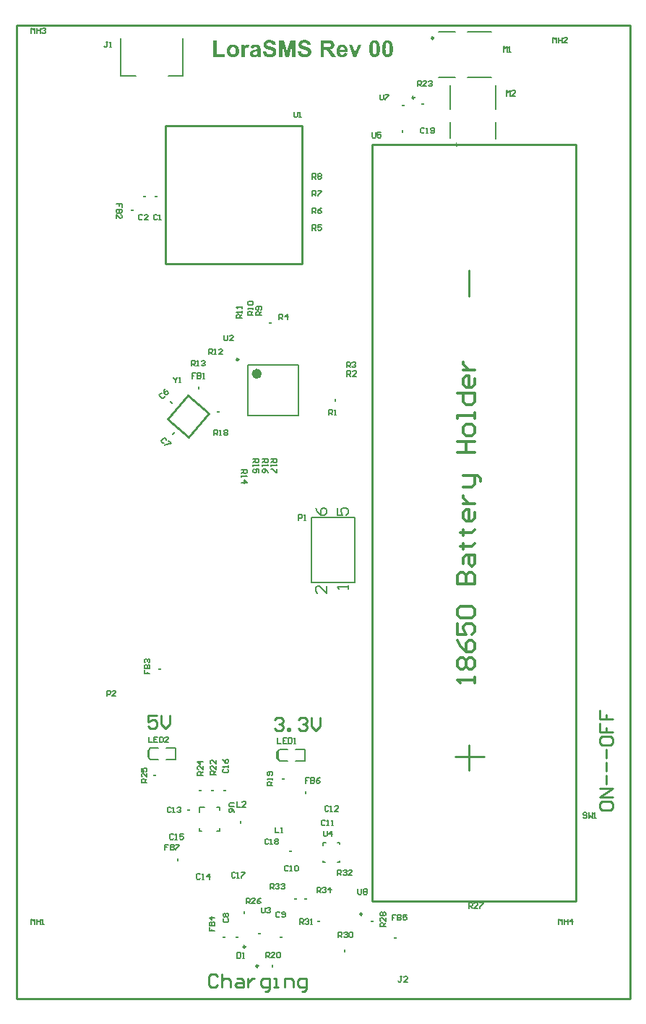
<source format=gto>
G04*
G04 #@! TF.GenerationSoftware,Altium Limited,Altium Designer,18.1.7 (191)*
G04*
G04 Layer_Color=65535*
%FSLAX25Y25*%
%MOIN*%
G70*
G01*
G75*
%ADD10C,0.00984*%
%ADD11C,0.02362*%
%ADD12C,0.00709*%
%ADD13C,0.00787*%
%ADD14C,0.01000*%
%ADD15C,0.00500*%
%ADD16C,0.01181*%
%ADD17C,0.00800*%
%ADD18R,0.01575X0.00787*%
%ADD19R,0.00787X0.01575*%
G04:AMPARAMS|DCode=20|XSize=7.87mil|YSize=15.75mil|CornerRadius=0mil|HoleSize=0mil|Usage=FLASHONLY|Rotation=50.000|XOffset=0mil|YOffset=0mil|HoleType=Round|Shape=Rectangle|*
%AMROTATEDRECTD20*
4,1,4,0.00350,-0.00808,-0.00856,0.00205,-0.00350,0.00808,0.00856,-0.00205,0.00350,-0.00808,0.0*
%
%ADD20ROTATEDRECTD20*%

G04:AMPARAMS|DCode=21|XSize=7.87mil|YSize=15.75mil|CornerRadius=0mil|HoleSize=0mil|Usage=FLASHONLY|Rotation=320.000|XOffset=0mil|YOffset=0mil|HoleType=Round|Shape=Rectangle|*
%AMROTATEDRECTD21*
4,1,4,-0.00808,-0.00350,0.00205,0.00856,0.00808,0.00350,-0.00205,-0.00856,-0.00808,-0.00350,0.0*
%
%ADD21ROTATEDRECTD21*%

G36*
X161585Y441666D02*
X161707Y441655D01*
X161851Y441644D01*
X161996Y441621D01*
X162162Y441599D01*
X162518Y441521D01*
X162696Y441466D01*
X162873Y441410D01*
X163051Y441333D01*
X163218Y441244D01*
X163373Y441144D01*
X163518Y441033D01*
X163529Y441021D01*
X163551Y440999D01*
X163584Y440966D01*
X163629Y440921D01*
X163684Y440855D01*
X163751Y440777D01*
X163818Y440688D01*
X163895Y440588D01*
X163962Y440466D01*
X164029Y440344D01*
X164095Y440199D01*
X164151Y440044D01*
X164207Y439888D01*
X164251Y439711D01*
X164284Y439533D01*
X164295Y439333D01*
X162740Y439277D01*
Y439288D01*
Y439299D01*
X162718Y439377D01*
X162696Y439477D01*
X162651Y439599D01*
X162596Y439744D01*
X162518Y439877D01*
X162418Y440010D01*
X162307Y440122D01*
X162296Y440133D01*
X162251Y440166D01*
X162173Y440210D01*
X162062Y440255D01*
X161929Y440299D01*
X161762Y440344D01*
X161562Y440377D01*
X161329Y440388D01*
X161218D01*
X161096Y440377D01*
X160951Y440355D01*
X160785Y440322D01*
X160607Y440266D01*
X160440Y440199D01*
X160285Y440099D01*
X160274Y440088D01*
X160251Y440066D01*
X160207Y440033D01*
X160163Y439977D01*
X160118Y439911D01*
X160074Y439822D01*
X160052Y439733D01*
X160040Y439622D01*
Y439610D01*
Y439577D01*
X160052Y439522D01*
X160074Y439466D01*
X160096Y439388D01*
X160129Y439311D01*
X160185Y439233D01*
X160263Y439155D01*
X160274Y439144D01*
X160329Y439111D01*
X160363Y439088D01*
X160418Y439066D01*
X160474Y439033D01*
X160551Y439000D01*
X160640Y438966D01*
X160740Y438922D01*
X160863Y438877D01*
X160985Y438833D01*
X161140Y438788D01*
X161307Y438744D01*
X161485Y438699D01*
X161685Y438644D01*
X161696D01*
X161740Y438633D01*
X161796Y438622D01*
X161873Y438599D01*
X161962Y438577D01*
X162074Y438544D01*
X162196Y438511D01*
X162318Y438477D01*
X162585Y438388D01*
X162862Y438300D01*
X163129Y438200D01*
X163240Y438144D01*
X163351Y438089D01*
X163362D01*
X163373Y438077D01*
X163440Y438033D01*
X163540Y437966D01*
X163662Y437877D01*
X163796Y437766D01*
X163940Y437633D01*
X164084Y437477D01*
X164207Y437300D01*
X164218Y437277D01*
X164251Y437211D01*
X164307Y437111D01*
X164362Y436966D01*
X164418Y436789D01*
X164473Y436578D01*
X164507Y436344D01*
X164518Y436077D01*
Y436066D01*
Y436044D01*
Y436011D01*
Y435966D01*
X164507Y435911D01*
X164496Y435833D01*
X164473Y435678D01*
X164429Y435478D01*
X164362Y435266D01*
X164262Y435055D01*
X164140Y434833D01*
Y434822D01*
X164118Y434811D01*
X164073Y434744D01*
X163984Y434633D01*
X163873Y434511D01*
X163729Y434367D01*
X163540Y434233D01*
X163340Y434100D01*
X163096Y433978D01*
X163084D01*
X163062Y433967D01*
X163029Y433955D01*
X162973Y433933D01*
X162907Y433911D01*
X162829Y433889D01*
X162740Y433867D01*
X162640Y433844D01*
X162518Y433811D01*
X162396Y433789D01*
X162107Y433744D01*
X161785Y433711D01*
X161429Y433700D01*
X161285D01*
X161185Y433711D01*
X161063Y433722D01*
X160929Y433733D01*
X160774Y433756D01*
X160607Y433789D01*
X160240Y433867D01*
X160052Y433922D01*
X159874Y433978D01*
X159685Y434056D01*
X159507Y434144D01*
X159340Y434244D01*
X159185Y434367D01*
X159174Y434378D01*
X159152Y434400D01*
X159107Y434433D01*
X159063Y434489D01*
X158996Y434567D01*
X158929Y434656D01*
X158852Y434756D01*
X158774Y434867D01*
X158696Y435000D01*
X158618Y435144D01*
X158540Y435311D01*
X158463Y435489D01*
X158407Y435678D01*
X158341Y435889D01*
X158296Y436111D01*
X158263Y436344D01*
X159774Y436489D01*
Y436478D01*
X159785Y436455D01*
Y436411D01*
X159796Y436366D01*
X159840Y436233D01*
X159896Y436066D01*
X159963Y435878D01*
X160063Y435689D01*
X160174Y435522D01*
X160318Y435366D01*
X160340Y435355D01*
X160396Y435311D01*
X160485Y435255D01*
X160618Y435189D01*
X160785Y435122D01*
X160974Y435067D01*
X161196Y435022D01*
X161451Y435011D01*
X161574D01*
X161707Y435033D01*
X161873Y435055D01*
X162051Y435089D01*
X162240Y435144D01*
X162418Y435222D01*
X162574Y435322D01*
X162596Y435333D01*
X162640Y435378D01*
X162696Y435444D01*
X162773Y435533D01*
X162840Y435644D01*
X162907Y435778D01*
X162951Y435911D01*
X162962Y436066D01*
Y436077D01*
Y436111D01*
X162951Y436166D01*
X162940Y436233D01*
X162918Y436300D01*
X162896Y436377D01*
X162851Y436455D01*
X162796Y436533D01*
X162785Y436544D01*
X162762Y436566D01*
X162729Y436600D01*
X162673Y436644D01*
X162596Y436700D01*
X162496Y436755D01*
X162385Y436811D01*
X162240Y436866D01*
X162229D01*
X162185Y436889D01*
X162107Y436911D01*
X162051Y436933D01*
X161985Y436944D01*
X161907Y436966D01*
X161818Y437000D01*
X161718Y437022D01*
X161607Y437055D01*
X161474Y437089D01*
X161329Y437122D01*
X161174Y437166D01*
X160996Y437211D01*
X160985D01*
X160940Y437222D01*
X160874Y437244D01*
X160796Y437266D01*
X160696Y437300D01*
X160574Y437333D01*
X160451Y437377D01*
X160307Y437422D01*
X160018Y437533D01*
X159740Y437666D01*
X159596Y437733D01*
X159474Y437811D01*
X159352Y437888D01*
X159252Y437966D01*
X159240Y437977D01*
X159218Y438000D01*
X159185Y438033D01*
X159141Y438077D01*
X159085Y438144D01*
X159029Y438222D01*
X158963Y438300D01*
X158907Y438400D01*
X158774Y438633D01*
X158663Y438900D01*
X158618Y439044D01*
X158585Y439188D01*
X158563Y439355D01*
X158552Y439522D01*
Y439533D01*
Y439544D01*
Y439577D01*
Y439622D01*
X158574Y439733D01*
X158596Y439877D01*
X158629Y440044D01*
X158685Y440233D01*
X158763Y440433D01*
X158874Y440622D01*
Y440633D01*
X158885Y440644D01*
X158940Y440710D01*
X159007Y440799D01*
X159118Y440910D01*
X159252Y441033D01*
X159418Y441166D01*
X159607Y441288D01*
X159829Y441399D01*
X159840D01*
X159863Y441410D01*
X159896Y441422D01*
X159940Y441444D01*
X160007Y441466D01*
X160074Y441488D01*
X160163Y441510D01*
X160263Y441544D01*
X160485Y441588D01*
X160740Y441633D01*
X161029Y441666D01*
X161351Y441677D01*
X161485D01*
X161585Y441666D01*
D02*
G37*
G36*
X145464D02*
X145586Y441655D01*
X145731Y441644D01*
X145875Y441621D01*
X146042Y441599D01*
X146397Y441521D01*
X146575Y441466D01*
X146753Y441410D01*
X146931Y441333D01*
X147097Y441244D01*
X147253Y441144D01*
X147397Y441033D01*
X147408Y441021D01*
X147431Y440999D01*
X147464Y440966D01*
X147508Y440921D01*
X147564Y440855D01*
X147631Y440777D01*
X147697Y440688D01*
X147775Y440588D01*
X147842Y440466D01*
X147908Y440344D01*
X147975Y440199D01*
X148030Y440044D01*
X148086Y439888D01*
X148130Y439711D01*
X148164Y439533D01*
X148175Y439333D01*
X146619Y439277D01*
Y439288D01*
Y439299D01*
X146597Y439377D01*
X146575Y439477D01*
X146531Y439599D01*
X146475Y439744D01*
X146397Y439877D01*
X146297Y440010D01*
X146186Y440122D01*
X146175Y440133D01*
X146131Y440166D01*
X146053Y440210D01*
X145942Y440255D01*
X145808Y440299D01*
X145642Y440344D01*
X145442Y440377D01*
X145209Y440388D01*
X145097D01*
X144975Y440377D01*
X144831Y440355D01*
X144664Y440322D01*
X144486Y440266D01*
X144320Y440199D01*
X144164Y440099D01*
X144153Y440088D01*
X144131Y440066D01*
X144086Y440033D01*
X144042Y439977D01*
X143998Y439911D01*
X143953Y439822D01*
X143931Y439733D01*
X143920Y439622D01*
Y439610D01*
Y439577D01*
X143931Y439522D01*
X143953Y439466D01*
X143975Y439388D01*
X144009Y439311D01*
X144064Y439233D01*
X144142Y439155D01*
X144153Y439144D01*
X144209Y439111D01*
X144242Y439088D01*
X144298Y439066D01*
X144353Y439033D01*
X144431Y439000D01*
X144520Y438966D01*
X144620Y438922D01*
X144742Y438877D01*
X144864Y438833D01*
X145020Y438788D01*
X145186Y438744D01*
X145364Y438699D01*
X145564Y438644D01*
X145575D01*
X145620Y438633D01*
X145675Y438622D01*
X145753Y438599D01*
X145842Y438577D01*
X145953Y438544D01*
X146075Y438511D01*
X146197Y438477D01*
X146464Y438388D01*
X146742Y438300D01*
X147008Y438200D01*
X147119Y438144D01*
X147231Y438089D01*
X147242D01*
X147253Y438077D01*
X147319Y438033D01*
X147419Y437966D01*
X147542Y437877D01*
X147675Y437766D01*
X147819Y437633D01*
X147964Y437477D01*
X148086Y437300D01*
X148097Y437277D01*
X148130Y437211D01*
X148186Y437111D01*
X148242Y436966D01*
X148297Y436789D01*
X148353Y436578D01*
X148386Y436344D01*
X148397Y436077D01*
Y436066D01*
Y436044D01*
Y436011D01*
Y435966D01*
X148386Y435911D01*
X148375Y435833D01*
X148353Y435678D01*
X148308Y435478D01*
X148242Y435266D01*
X148142Y435055D01*
X148019Y434833D01*
Y434822D01*
X147997Y434811D01*
X147953Y434744D01*
X147864Y434633D01*
X147753Y434511D01*
X147608Y434367D01*
X147419Y434233D01*
X147219Y434100D01*
X146975Y433978D01*
X146964D01*
X146942Y433967D01*
X146908Y433955D01*
X146853Y433933D01*
X146786Y433911D01*
X146708Y433889D01*
X146619Y433867D01*
X146519Y433844D01*
X146397Y433811D01*
X146275Y433789D01*
X145986Y433744D01*
X145664Y433711D01*
X145308Y433700D01*
X145164D01*
X145064Y433711D01*
X144942Y433722D01*
X144809Y433733D01*
X144653Y433756D01*
X144486Y433789D01*
X144120Y433867D01*
X143931Y433922D01*
X143753Y433978D01*
X143564Y434056D01*
X143386Y434144D01*
X143220Y434244D01*
X143064Y434367D01*
X143053Y434378D01*
X143031Y434400D01*
X142987Y434433D01*
X142942Y434489D01*
X142875Y434567D01*
X142809Y434656D01*
X142731Y434756D01*
X142653Y434867D01*
X142576Y435000D01*
X142498Y435144D01*
X142420Y435311D01*
X142342Y435489D01*
X142287Y435678D01*
X142220Y435889D01*
X142175Y436111D01*
X142142Y436344D01*
X143653Y436489D01*
Y436478D01*
X143664Y436455D01*
Y436411D01*
X143675Y436366D01*
X143720Y436233D01*
X143775Y436066D01*
X143842Y435878D01*
X143942Y435689D01*
X144053Y435522D01*
X144197Y435366D01*
X144220Y435355D01*
X144275Y435311D01*
X144364Y435255D01*
X144498Y435189D01*
X144664Y435122D01*
X144853Y435067D01*
X145075Y435022D01*
X145331Y435011D01*
X145453D01*
X145586Y435033D01*
X145753Y435055D01*
X145931Y435089D01*
X146119Y435144D01*
X146297Y435222D01*
X146453Y435322D01*
X146475Y435333D01*
X146519Y435378D01*
X146575Y435444D01*
X146653Y435533D01*
X146720Y435644D01*
X146786Y435778D01*
X146831Y435911D01*
X146842Y436066D01*
Y436077D01*
Y436111D01*
X146831Y436166D01*
X146819Y436233D01*
X146797Y436300D01*
X146775Y436377D01*
X146731Y436455D01*
X146675Y436533D01*
X146664Y436544D01*
X146642Y436566D01*
X146608Y436600D01*
X146553Y436644D01*
X146475Y436700D01*
X146375Y436755D01*
X146264Y436811D01*
X146119Y436866D01*
X146108D01*
X146064Y436889D01*
X145986Y436911D01*
X145931Y436933D01*
X145864Y436944D01*
X145786Y436966D01*
X145697Y437000D01*
X145597Y437022D01*
X145486Y437055D01*
X145353Y437089D01*
X145209Y437122D01*
X145053Y437166D01*
X144875Y437211D01*
X144864D01*
X144820Y437222D01*
X144753Y437244D01*
X144675Y437266D01*
X144575Y437300D01*
X144453Y437333D01*
X144331Y437377D01*
X144186Y437422D01*
X143897Y437533D01*
X143620Y437666D01*
X143475Y437733D01*
X143353Y437811D01*
X143231Y437888D01*
X143131Y437966D01*
X143120Y437977D01*
X143098Y438000D01*
X143064Y438033D01*
X143020Y438077D01*
X142964Y438144D01*
X142909Y438222D01*
X142842Y438300D01*
X142787Y438400D01*
X142653Y438633D01*
X142542Y438900D01*
X142498Y439044D01*
X142464Y439188D01*
X142442Y439355D01*
X142431Y439522D01*
Y439533D01*
Y439544D01*
Y439577D01*
Y439622D01*
X142453Y439733D01*
X142475Y439877D01*
X142509Y440044D01*
X142564Y440233D01*
X142642Y440433D01*
X142753Y440622D01*
Y440633D01*
X142764Y440644D01*
X142820Y440710D01*
X142886Y440799D01*
X142998Y440910D01*
X143131Y441033D01*
X143298Y441166D01*
X143486Y441288D01*
X143709Y441399D01*
X143720D01*
X143742Y441410D01*
X143775Y441422D01*
X143820Y441444D01*
X143886Y441466D01*
X143953Y441488D01*
X144042Y441510D01*
X144142Y441544D01*
X144364Y441588D01*
X144620Y441633D01*
X144908Y441666D01*
X145231Y441677D01*
X145364D01*
X145464Y441666D01*
D02*
G37*
G36*
X135132Y439533D02*
X135254Y439510D01*
X135409Y439477D01*
X135576Y439422D01*
X135743Y439355D01*
X135921Y439255D01*
X135454Y437977D01*
X135443Y437989D01*
X135387Y438011D01*
X135321Y438055D01*
X135232Y438100D01*
X135121Y438144D01*
X135010Y438188D01*
X134887Y438211D01*
X134765Y438222D01*
X134721D01*
X134654Y438211D01*
X134587Y438200D01*
X134510Y438177D01*
X134421Y438144D01*
X134332Y438100D01*
X134243Y438044D01*
X134232Y438033D01*
X134210Y438011D01*
X134165Y437966D01*
X134121Y437900D01*
X134065Y437822D01*
X134010Y437711D01*
X133954Y437577D01*
X133910Y437422D01*
Y437400D01*
X133898Y437366D01*
X133887Y437333D01*
Y437277D01*
X133876Y437211D01*
X133865Y437122D01*
X133854Y437022D01*
X133843Y436911D01*
X133832Y436766D01*
X133821Y436622D01*
Y436444D01*
X133810Y436255D01*
X133799Y436044D01*
Y435811D01*
Y435555D01*
Y433844D01*
X132321D01*
Y439422D01*
X133687D01*
Y438633D01*
X133699Y438644D01*
X133743Y438711D01*
X133810Y438811D01*
X133898Y438933D01*
X133987Y439055D01*
X134098Y439177D01*
X134198Y439288D01*
X134310Y439366D01*
X134321Y439377D01*
X134354Y439399D01*
X134421Y439422D01*
X134499Y439455D01*
X134587Y439488D01*
X134698Y439522D01*
X134810Y439533D01*
X134943Y439544D01*
X135032D01*
X135132Y439533D01*
D02*
G37*
G36*
X157096Y433844D02*
X155663D01*
X155652Y439888D01*
X154141Y433844D01*
X152641D01*
X151130Y439888D01*
Y433844D01*
X149697D01*
Y441533D01*
X152019D01*
X153397Y436277D01*
X154763Y441533D01*
X157096D01*
Y433844D01*
D02*
G37*
G36*
X185393D02*
X184060D01*
X181816Y439422D01*
X183360D01*
X184416Y436566D01*
X184716Y435622D01*
X184727Y435633D01*
X184738Y435678D01*
X184760Y435744D01*
X184782Y435811D01*
X184838Y435978D01*
X184860Y436044D01*
X184871Y436100D01*
Y436111D01*
X184882Y436144D01*
X184893Y436189D01*
X184916Y436244D01*
X184960Y436400D01*
X185027Y436566D01*
X186093Y439422D01*
X187604D01*
X185393Y433844D01*
D02*
G37*
G36*
X172395Y441521D02*
X172517D01*
X172639Y441510D01*
X172784D01*
X173072Y441477D01*
X173372Y441444D01*
X173650Y441388D01*
X173772Y441355D01*
X173883Y441322D01*
X173895D01*
X173906Y441310D01*
X173972Y441277D01*
X174072Y441222D01*
X174206Y441155D01*
X174350Y441044D01*
X174495Y440921D01*
X174639Y440766D01*
X174772Y440577D01*
Y440566D01*
X174783Y440555D01*
X174806Y440521D01*
X174828Y440488D01*
X174883Y440377D01*
X174950Y440233D01*
X175005Y440055D01*
X175061Y439855D01*
X175106Y439622D01*
X175117Y439377D01*
Y439366D01*
Y439344D01*
Y439288D01*
X175106Y439233D01*
Y439155D01*
X175094Y439077D01*
X175050Y438877D01*
X174994Y438644D01*
X174906Y438411D01*
X174772Y438166D01*
X174695Y438055D01*
X174606Y437944D01*
X174594Y437933D01*
X174583Y437922D01*
X174550Y437888D01*
X174506Y437855D01*
X174461Y437811D01*
X174395Y437755D01*
X174317Y437700D01*
X174228Y437644D01*
X174128Y437577D01*
X174006Y437522D01*
X173883Y437466D01*
X173750Y437411D01*
X173595Y437355D01*
X173439Y437311D01*
X173272Y437266D01*
X173083Y437233D01*
X173095D01*
X173106Y437222D01*
X173172Y437177D01*
X173261Y437122D01*
X173372Y437044D01*
X173506Y436944D01*
X173639Y436844D01*
X173783Y436722D01*
X173906Y436589D01*
X173917Y436578D01*
X173972Y436522D01*
X174039Y436433D01*
X174139Y436300D01*
X174272Y436133D01*
X174339Y436022D01*
X174417Y435911D01*
X174506Y435789D01*
X174594Y435655D01*
X174695Y435500D01*
X174794Y435344D01*
X175739Y433844D01*
X173872D01*
X172761Y435511D01*
X172750Y435522D01*
X172739Y435555D01*
X172706Y435600D01*
X172661Y435655D01*
X172617Y435722D01*
X172561Y435811D01*
X172439Y435989D01*
X172295Y436189D01*
X172161Y436366D01*
X172039Y436533D01*
X171984Y436589D01*
X171939Y436644D01*
X171928Y436655D01*
X171906Y436678D01*
X171861Y436722D01*
X171806Y436777D01*
X171728Y436822D01*
X171650Y436877D01*
X171561Y436922D01*
X171473Y436966D01*
X171461D01*
X171428Y436977D01*
X171373Y437000D01*
X171284Y437011D01*
X171173Y437033D01*
X171039Y437044D01*
X170884Y437055D01*
X170384D01*
Y433844D01*
X168828D01*
Y441533D01*
X172295D01*
X172395Y441521D01*
D02*
G37*
G36*
X138976Y439533D02*
X139065D01*
X139287Y439510D01*
X139520Y439488D01*
X139765Y439444D01*
X139998Y439377D01*
X140098Y439344D01*
X140198Y439299D01*
X140209D01*
X140220Y439288D01*
X140276Y439255D01*
X140365Y439211D01*
X140465Y439144D01*
X140587Y439055D01*
X140698Y438955D01*
X140798Y438833D01*
X140887Y438711D01*
X140898Y438688D01*
X140920Y438644D01*
X140953Y438544D01*
X140964Y438488D01*
X140987Y438411D01*
X141009Y438333D01*
X141020Y438233D01*
X141042Y438122D01*
X141053Y438000D01*
X141065Y437866D01*
X141076Y437722D01*
X141087Y437566D01*
Y437389D01*
X141065Y435667D01*
Y435655D01*
Y435633D01*
Y435600D01*
Y435544D01*
Y435411D01*
X141076Y435255D01*
Y435078D01*
X141098Y434900D01*
X141109Y434722D01*
X141131Y434578D01*
Y434567D01*
X141142Y434522D01*
X141165Y434444D01*
X141187Y434355D01*
X141231Y434244D01*
X141276Y434122D01*
X141331Y433989D01*
X141398Y433844D01*
X139942D01*
Y433855D01*
X139931Y433867D01*
X139920Y433911D01*
X139898Y433955D01*
X139876Y434011D01*
X139854Y434089D01*
X139831Y434178D01*
X139798Y434278D01*
Y434289D01*
X139787Y434300D01*
X139776Y434344D01*
X139753Y434400D01*
X139742Y434444D01*
X139720Y434433D01*
X139676Y434389D01*
X139598Y434322D01*
X139498Y434244D01*
X139376Y434156D01*
X139242Y434056D01*
X139087Y433978D01*
X138931Y433900D01*
X138909Y433889D01*
X138854Y433878D01*
X138765Y433844D01*
X138654Y433811D01*
X138520Y433778D01*
X138365Y433756D01*
X138187Y433733D01*
X138009Y433722D01*
X137932D01*
X137865Y433733D01*
X137798D01*
X137709Y433744D01*
X137520Y433778D01*
X137298Y433833D01*
X137076Y433911D01*
X136854Y434022D01*
X136654Y434178D01*
Y434189D01*
X136632Y434200D01*
X136576Y434267D01*
X136498Y434367D01*
X136409Y434500D01*
X136320Y434667D01*
X136243Y434867D01*
X136187Y435100D01*
X136176Y435222D01*
X136165Y435355D01*
Y435378D01*
Y435433D01*
X136176Y435522D01*
X136198Y435633D01*
X136221Y435767D01*
X136254Y435900D01*
X136309Y436044D01*
X136387Y436189D01*
X136398Y436211D01*
X136432Y436255D01*
X136476Y436322D01*
X136554Y436400D01*
X136632Y436489D01*
X136743Y436589D01*
X136865Y436678D01*
X137009Y436755D01*
X137032Y436766D01*
X137087Y436789D01*
X137176Y436822D01*
X137309Y436877D01*
X137476Y436933D01*
X137676Y436989D01*
X137920Y437044D01*
X138187Y437100D01*
X138198D01*
X138231Y437111D01*
X138287Y437122D01*
X138354Y437133D01*
X138443Y437144D01*
X138542Y437166D01*
X138765Y437222D01*
X138998Y437277D01*
X139242Y437333D01*
X139453Y437400D01*
X139553Y437433D01*
X139631Y437466D01*
Y437611D01*
Y437633D01*
Y437677D01*
X139620Y437755D01*
X139609Y437855D01*
X139576Y437955D01*
X139542Y438055D01*
X139487Y438144D01*
X139409Y438222D01*
X139398Y438233D01*
X139365Y438255D01*
X139309Y438277D01*
X139231Y438322D01*
X139120Y438355D01*
X138987Y438377D01*
X138820Y438400D01*
X138620Y438411D01*
X138554D01*
X138487Y438400D01*
X138398Y438388D01*
X138298Y438366D01*
X138187Y438344D01*
X138087Y438300D01*
X137998Y438244D01*
X137987Y438233D01*
X137965Y438211D01*
X137920Y438177D01*
X137876Y438122D01*
X137809Y438044D01*
X137754Y437944D01*
X137698Y437833D01*
X137643Y437700D01*
X136320Y437944D01*
Y437955D01*
X136332Y437977D01*
X136343Y438022D01*
X136365Y438077D01*
X136387Y438144D01*
X136421Y438222D01*
X136498Y438400D01*
X136609Y438588D01*
X136743Y438788D01*
X136898Y438977D01*
X137087Y439144D01*
X137098D01*
X137109Y439166D01*
X137143Y439177D01*
X137187Y439211D01*
X137254Y439233D01*
X137320Y439266D01*
X137409Y439311D01*
X137498Y439344D01*
X137609Y439377D01*
X137732Y439422D01*
X137865Y439455D01*
X138020Y439477D01*
X138176Y439510D01*
X138354Y439522D01*
X138531Y439544D01*
X138898D01*
X138976Y439533D01*
D02*
G37*
G36*
X120855Y435144D02*
X124722D01*
Y433844D01*
X119300D01*
Y441477D01*
X120855D01*
Y435144D01*
D02*
G37*
G36*
X178894Y439533D02*
X178994Y439522D01*
X179116Y439499D01*
X179250Y439477D01*
X179394Y439444D01*
X179550Y439399D01*
X179705Y439344D01*
X179872Y439277D01*
X180038Y439188D01*
X180194Y439100D01*
X180350Y438988D01*
X180505Y438855D01*
X180638Y438711D01*
X180649Y438699D01*
X180672Y438677D01*
X180705Y438622D01*
X180749Y438555D01*
X180805Y438466D01*
X180860Y438366D01*
X180927Y438233D01*
X180994Y438089D01*
X181061Y437922D01*
X181127Y437733D01*
X181183Y437533D01*
X181238Y437300D01*
X181283Y437055D01*
X181316Y436789D01*
X181338Y436511D01*
Y436200D01*
X177650D01*
Y436189D01*
Y436166D01*
Y436133D01*
X177661Y436089D01*
X177672Y435978D01*
X177694Y435822D01*
X177739Y435667D01*
X177805Y435489D01*
X177883Y435322D01*
X177994Y435178D01*
X178005Y435167D01*
X178061Y435122D01*
X178127Y435067D01*
X178227Y435000D01*
X178350Y434933D01*
X178505Y434878D01*
X178672Y434833D01*
X178850Y434822D01*
X178905D01*
X178972Y434833D01*
X179050Y434844D01*
X179139Y434867D01*
X179238Y434900D01*
X179338Y434944D01*
X179427Y435011D01*
X179438Y435022D01*
X179472Y435044D01*
X179516Y435089D01*
X179561Y435155D01*
X179627Y435244D01*
X179683Y435344D01*
X179738Y435478D01*
X179794Y435622D01*
X181261Y435378D01*
Y435366D01*
X181249Y435344D01*
X181227Y435300D01*
X181205Y435244D01*
X181172Y435178D01*
X181138Y435100D01*
X181038Y434922D01*
X180916Y434722D01*
X180761Y434511D01*
X180572Y434322D01*
X180361Y434144D01*
X180350D01*
X180338Y434122D01*
X180294Y434111D01*
X180250Y434078D01*
X180194Y434044D01*
X180116Y434011D01*
X180038Y433978D01*
X179938Y433933D01*
X179716Y433855D01*
X179461Y433789D01*
X179161Y433744D01*
X178839Y433722D01*
X178772D01*
X178705Y433733D01*
X178605D01*
X178483Y433756D01*
X178339Y433778D01*
X178183Y433800D01*
X178027Y433844D01*
X177850Y433889D01*
X177672Y433955D01*
X177494Y434033D01*
X177316Y434122D01*
X177139Y434233D01*
X176972Y434355D01*
X176828Y434500D01*
X176683Y434667D01*
X176672Y434678D01*
X176661Y434700D01*
X176639Y434744D01*
X176594Y434800D01*
X176561Y434878D01*
X176516Y434967D01*
X176461Y435067D01*
X176417Y435189D01*
X176361Y435322D01*
X176316Y435466D01*
X176261Y435622D01*
X176228Y435800D01*
X176194Y435978D01*
X176161Y436166D01*
X176150Y436377D01*
X176139Y436589D01*
Y436600D01*
Y436644D01*
Y436722D01*
X176150Y436822D01*
X176161Y436933D01*
X176172Y437066D01*
X176194Y437211D01*
X176228Y437377D01*
X176316Y437722D01*
X176372Y437900D01*
X176439Y438089D01*
X176528Y438266D01*
X176628Y438433D01*
X176739Y438599D01*
X176861Y438755D01*
X176872Y438766D01*
X176894Y438788D01*
X176939Y438833D01*
X176994Y438877D01*
X177061Y438933D01*
X177150Y439000D01*
X177250Y439077D01*
X177361Y439155D01*
X177483Y439222D01*
X177628Y439299D01*
X177772Y439366D01*
X177939Y439422D01*
X178105Y439466D01*
X178294Y439510D01*
X178483Y439533D01*
X178683Y439544D01*
X178805D01*
X178894Y439533D01*
D02*
G37*
G36*
X128555D02*
X128666Y439522D01*
X128788Y439499D01*
X128932Y439477D01*
X129077Y439444D01*
X129244Y439399D01*
X129410Y439344D01*
X129577Y439277D01*
X129754Y439199D01*
X129932Y439100D01*
X130099Y438988D01*
X130266Y438866D01*
X130421Y438722D01*
X130432Y438711D01*
X130454Y438688D01*
X130499Y438633D01*
X130543Y438577D01*
X130610Y438488D01*
X130677Y438400D01*
X130754Y438277D01*
X130832Y438155D01*
X130899Y438011D01*
X130977Y437855D01*
X131043Y437677D01*
X131110Y437500D01*
X131154Y437300D01*
X131199Y437100D01*
X131221Y436877D01*
X131232Y436644D01*
Y436633D01*
Y436589D01*
Y436522D01*
X131221Y436433D01*
X131210Y436322D01*
X131188Y436200D01*
X131166Y436055D01*
X131132Y435911D01*
X131088Y435744D01*
X131032Y435578D01*
X130965Y435400D01*
X130888Y435222D01*
X130788Y435044D01*
X130677Y434878D01*
X130554Y434711D01*
X130410Y434544D01*
X130399Y434533D01*
X130377Y434511D01*
X130332Y434467D01*
X130266Y434411D01*
X130188Y434355D01*
X130088Y434289D01*
X129977Y434211D01*
X129855Y434133D01*
X129710Y434056D01*
X129554Y433978D01*
X129388Y433911D01*
X129199Y433855D01*
X129010Y433800D01*
X128799Y433756D01*
X128588Y433733D01*
X128355Y433722D01*
X128277D01*
X128221Y433733D01*
X128155D01*
X128077Y433744D01*
X127888Y433767D01*
X127655Y433811D01*
X127410Y433867D01*
X127155Y433955D01*
X126888Y434067D01*
X126877D01*
X126855Y434078D01*
X126821Y434100D01*
X126777Y434133D01*
X126655Y434211D01*
X126499Y434322D01*
X126333Y434467D01*
X126155Y434644D01*
X125988Y434844D01*
X125833Y435078D01*
Y435089D01*
X125822Y435111D01*
X125799Y435144D01*
X125777Y435200D01*
X125755Y435266D01*
X125722Y435344D01*
X125688Y435433D01*
X125655Y435533D01*
X125622Y435644D01*
X125588Y435767D01*
X125533Y436044D01*
X125488Y436366D01*
X125477Y436711D01*
Y436722D01*
Y436744D01*
Y436789D01*
X125488Y436833D01*
Y436900D01*
X125499Y436977D01*
X125522Y437166D01*
X125566Y437377D01*
X125633Y437611D01*
X125710Y437866D01*
X125833Y438122D01*
Y438133D01*
X125855Y438155D01*
X125866Y438188D01*
X125899Y438233D01*
X125988Y438355D01*
X126099Y438511D01*
X126244Y438677D01*
X126421Y438855D01*
X126621Y439022D01*
X126855Y439177D01*
X126866D01*
X126888Y439188D01*
X126921Y439211D01*
X126977Y439233D01*
X127033Y439266D01*
X127110Y439288D01*
X127199Y439322D01*
X127288Y439366D01*
X127510Y439433D01*
X127766Y439488D01*
X128044Y439533D01*
X128343Y439544D01*
X128466D01*
X128555Y439533D01*
D02*
G37*
G36*
X199847Y441566D02*
X199936Y441555D01*
X200047Y441533D01*
X200159Y441510D01*
X200292Y441477D01*
X200436Y441433D01*
X200570Y441377D01*
X200714Y441322D01*
X200858Y441244D01*
X201003Y441144D01*
X201147Y441044D01*
X201281Y440921D01*
X201403Y440777D01*
X201414Y440766D01*
X201436Y440733D01*
X201470Y440677D01*
X201525Y440599D01*
X201581Y440488D01*
X201647Y440355D01*
X201714Y440210D01*
X201781Y440022D01*
X201847Y439822D01*
X201925Y439588D01*
X201981Y439333D01*
X202036Y439044D01*
X202092Y438733D01*
X202125Y438400D01*
X202147Y438033D01*
X202158Y437633D01*
Y437622D01*
Y437611D01*
Y437577D01*
Y437533D01*
Y437422D01*
X202147Y437277D01*
X202136Y437100D01*
X202114Y436889D01*
X202092Y436666D01*
X202069Y436422D01*
X202025Y436166D01*
X201970Y435900D01*
X201914Y435644D01*
X201836Y435389D01*
X201758Y435133D01*
X201647Y434900D01*
X201536Y434678D01*
X201403Y434489D01*
X201392Y434478D01*
X201370Y434455D01*
X201336Y434411D01*
X201292Y434367D01*
X201225Y434311D01*
X201147Y434244D01*
X201047Y434167D01*
X200947Y434100D01*
X200825Y434022D01*
X200703Y433944D01*
X200558Y433878D01*
X200403Y433822D01*
X200236Y433778D01*
X200047Y433733D01*
X199859Y433711D01*
X199659Y433700D01*
X199614D01*
X199548Y433711D01*
X199470D01*
X199381Y433722D01*
X199270Y433744D01*
X199148Y433767D01*
X199014Y433811D01*
X198870Y433855D01*
X198725Y433911D01*
X198570Y433978D01*
X198425Y434067D01*
X198270Y434156D01*
X198126Y434278D01*
X197981Y434400D01*
X197848Y434555D01*
X197837Y434567D01*
X197814Y434600D01*
X197781Y434656D01*
X197748Y434722D01*
X197692Y434822D01*
X197637Y434944D01*
X197570Y435100D01*
X197514Y435266D01*
X197448Y435466D01*
X197381Y435689D01*
X197326Y435944D01*
X197281Y436222D01*
X197237Y436533D01*
X197203Y436877D01*
X197181Y437244D01*
X197170Y437644D01*
Y437655D01*
Y437666D01*
Y437700D01*
Y437744D01*
Y437855D01*
X197181Y438000D01*
X197192Y438177D01*
X197214Y438388D01*
X197237Y438611D01*
X197259Y438855D01*
X197303Y439111D01*
X197348Y439366D01*
X197414Y439633D01*
X197481Y439888D01*
X197570Y440133D01*
X197670Y440366D01*
X197781Y440588D01*
X197914Y440777D01*
X197925Y440788D01*
X197948Y440810D01*
X197981Y440855D01*
X198037Y440899D01*
X198092Y440966D01*
X198170Y441033D01*
X198270Y441099D01*
X198370Y441177D01*
X198492Y441255D01*
X198614Y441322D01*
X198759Y441388D01*
X198914Y441455D01*
X199081Y441499D01*
X199270Y441544D01*
X199459Y441566D01*
X199659Y441577D01*
X199770D01*
X199847Y441566D01*
D02*
G37*
G36*
X193870D02*
X193959Y441555D01*
X194070Y441533D01*
X194181Y441510D01*
X194315Y441477D01*
X194459Y441433D01*
X194592Y441377D01*
X194737Y441322D01*
X194881Y441244D01*
X195026Y441144D01*
X195170Y441044D01*
X195303Y440921D01*
X195426Y440777D01*
X195437Y440766D01*
X195459Y440733D01*
X195492Y440677D01*
X195548Y440599D01*
X195604Y440488D01*
X195670Y440355D01*
X195737Y440210D01*
X195803Y440022D01*
X195870Y439822D01*
X195948Y439588D01*
X196003Y439333D01*
X196059Y439044D01*
X196115Y438733D01*
X196148Y438400D01*
X196170Y438033D01*
X196181Y437633D01*
Y437622D01*
Y437611D01*
Y437577D01*
Y437533D01*
Y437422D01*
X196170Y437277D01*
X196159Y437100D01*
X196137Y436889D01*
X196115Y436666D01*
X196092Y436422D01*
X196048Y436166D01*
X195992Y435900D01*
X195937Y435644D01*
X195859Y435389D01*
X195781Y435133D01*
X195670Y434900D01*
X195559Y434678D01*
X195426Y434489D01*
X195415Y434478D01*
X195392Y434455D01*
X195359Y434411D01*
X195315Y434367D01*
X195248Y434311D01*
X195170Y434244D01*
X195070Y434167D01*
X194970Y434100D01*
X194848Y434022D01*
X194726Y433944D01*
X194581Y433878D01*
X194426Y433822D01*
X194259Y433778D01*
X194070Y433733D01*
X193881Y433711D01*
X193681Y433700D01*
X193637D01*
X193570Y433711D01*
X193493D01*
X193404Y433722D01*
X193293Y433744D01*
X193170Y433767D01*
X193037Y433811D01*
X192893Y433855D01*
X192748Y433911D01*
X192593Y433978D01*
X192448Y434067D01*
X192293Y434156D01*
X192148Y434278D01*
X192004Y434400D01*
X191870Y434555D01*
X191859Y434567D01*
X191837Y434600D01*
X191804Y434656D01*
X191771Y434722D01*
X191715Y434822D01*
X191659Y434944D01*
X191593Y435100D01*
X191537Y435266D01*
X191471Y435466D01*
X191404Y435689D01*
X191348Y435944D01*
X191304Y436222D01*
X191260Y436533D01*
X191226Y436877D01*
X191204Y437244D01*
X191193Y437644D01*
Y437655D01*
Y437666D01*
Y437700D01*
Y437744D01*
Y437855D01*
X191204Y438000D01*
X191215Y438177D01*
X191237Y438388D01*
X191260Y438611D01*
X191282Y438855D01*
X191326Y439111D01*
X191371Y439366D01*
X191437Y439633D01*
X191504Y439888D01*
X191593Y440133D01*
X191693Y440366D01*
X191804Y440588D01*
X191937Y440777D01*
X191948Y440788D01*
X191971Y440810D01*
X192004Y440855D01*
X192059Y440899D01*
X192115Y440966D01*
X192193Y441033D01*
X192293Y441099D01*
X192393Y441177D01*
X192515Y441255D01*
X192637Y441322D01*
X192781Y441388D01*
X192937Y441455D01*
X193104Y441499D01*
X193293Y441544D01*
X193482Y441566D01*
X193681Y441577D01*
X193793D01*
X193870Y441566D01*
D02*
G37*
%LPC*%
G36*
X172161Y440233D02*
X170384D01*
Y438277D01*
X171895D01*
X172117Y438288D01*
X172350Y438300D01*
X172584Y438311D01*
X172684Y438322D01*
X172772Y438333D01*
X172861Y438355D01*
X172917Y438366D01*
X172928D01*
X172961Y438388D01*
X173017Y438411D01*
X173072Y438444D01*
X173217Y438544D01*
X173284Y438611D01*
X173350Y438688D01*
X173361Y438699D01*
X173372Y438733D01*
X173406Y438777D01*
X173439Y438844D01*
X173461Y438933D01*
X173495Y439033D01*
X173506Y439144D01*
X173517Y439266D01*
Y439288D01*
Y439333D01*
X173506Y439399D01*
X173495Y439488D01*
X173461Y439588D01*
X173428Y439688D01*
X173372Y439799D01*
X173306Y439888D01*
X173295Y439899D01*
X173272Y439933D01*
X173217Y439966D01*
X173150Y440022D01*
X173072Y440077D01*
X172972Y440122D01*
X172850Y440166D01*
X172717Y440199D01*
X172706D01*
X172672Y440210D01*
X172606D01*
X172506Y440222D01*
X172261D01*
X172161Y440233D01*
D02*
G37*
G36*
X139631Y436511D02*
X139620D01*
X139576Y436489D01*
X139509Y436478D01*
X139409Y436444D01*
X139287Y436411D01*
X139120Y436366D01*
X138943Y436322D01*
X138720Y436277D01*
X138698D01*
X138665Y436266D01*
X138620Y436255D01*
X138520Y436233D01*
X138387Y436200D01*
X138254Y436166D01*
X138120Y436122D01*
X138009Y436066D01*
X137920Y436022D01*
X137909Y436011D01*
X137876Y435989D01*
X137831Y435944D01*
X137787Y435889D01*
X137732Y435811D01*
X137687Y435722D01*
X137654Y435622D01*
X137643Y435511D01*
Y435500D01*
Y435455D01*
X137654Y435400D01*
X137676Y435333D01*
X137698Y435244D01*
X137732Y435155D01*
X137787Y435067D01*
X137865Y434978D01*
X137876Y434967D01*
X137909Y434944D01*
X137954Y434911D01*
X138031Y434867D01*
X138109Y434822D01*
X138209Y434789D01*
X138331Y434767D01*
X138454Y434756D01*
X138520D01*
X138598Y434767D01*
X138698Y434789D01*
X138820Y434822D01*
X138943Y434867D01*
X139087Y434922D01*
X139220Y435011D01*
X139231Y435022D01*
X139265Y435044D01*
X139309Y435089D01*
X139365Y435144D01*
X139420Y435222D01*
X139476Y435300D01*
X139531Y435400D01*
X139565Y435500D01*
Y435511D01*
X139576Y435533D01*
X139587Y435589D01*
X139598Y435655D01*
X139609Y435755D01*
X139620Y435878D01*
X139631Y436033D01*
Y436211D01*
Y436511D01*
D02*
G37*
G36*
X178772Y438411D02*
X178694D01*
X178605Y438388D01*
X178494Y438366D01*
X178372Y438322D01*
X178239Y438266D01*
X178105Y438177D01*
X177983Y438055D01*
X177972Y438044D01*
X177939Y437989D01*
X177883Y437911D01*
X177828Y437800D01*
X177761Y437666D01*
X177716Y437500D01*
X177683Y437311D01*
X177672Y437100D01*
X179872D01*
Y437111D01*
Y437133D01*
Y437155D01*
X179861Y437200D01*
X179850Y437322D01*
X179827Y437455D01*
X179783Y437611D01*
X179727Y437777D01*
X179638Y437933D01*
X179538Y438066D01*
X179527Y438077D01*
X179483Y438122D01*
X179416Y438177D01*
X179327Y438244D01*
X179216Y438300D01*
X179083Y438355D01*
X178938Y438400D01*
X178772Y438411D01*
D02*
G37*
G36*
X128355Y438344D02*
X128299D01*
X128255Y438333D01*
X128155Y438322D01*
X128021Y438288D01*
X127866Y438233D01*
X127699Y438155D01*
X127532Y438044D01*
X127377Y437900D01*
X127366Y437877D01*
X127321Y437822D01*
X127255Y437711D01*
X127188Y437577D01*
X127110Y437400D01*
X127055Y437177D01*
X127010Y436922D01*
X126988Y436633D01*
Y436622D01*
Y436600D01*
Y436555D01*
X126999Y436500D01*
Y436422D01*
X127010Y436344D01*
X127033Y436166D01*
X127088Y435955D01*
X127155Y435744D01*
X127244Y435533D01*
X127377Y435355D01*
X127399Y435333D01*
X127444Y435289D01*
X127532Y435222D01*
X127655Y435144D01*
X127788Y435055D01*
X127955Y434989D01*
X128144Y434944D01*
X128355Y434922D01*
X128410D01*
X128455Y434933D01*
X128555Y434944D01*
X128688Y434978D01*
X128843Y435033D01*
X129010Y435100D01*
X129166Y435211D01*
X129321Y435355D01*
X129343Y435378D01*
X129388Y435433D01*
X129443Y435544D01*
X129521Y435678D01*
X129599Y435866D01*
X129655Y436077D01*
X129699Y436344D01*
X129721Y436633D01*
Y436644D01*
Y436666D01*
Y436711D01*
X129710Y436766D01*
Y436833D01*
X129699Y436922D01*
X129677Y437100D01*
X129621Y437300D01*
X129554Y437511D01*
X129455Y437722D01*
X129321Y437900D01*
X129299Y437922D01*
X129255Y437966D01*
X129166Y438044D01*
X129055Y438122D01*
X128910Y438200D01*
X128755Y438277D01*
X128566Y438322D01*
X128355Y438344D01*
D02*
G37*
G36*
X199659Y440355D02*
X199614D01*
X199559Y440344D01*
X199503Y440333D01*
X199425Y440310D01*
X199348Y440277D01*
X199259Y440233D01*
X199181Y440177D01*
X199170Y440166D01*
X199148Y440144D01*
X199114Y440099D01*
X199070Y440044D01*
X199014Y439955D01*
X198970Y439855D01*
X198914Y439722D01*
X198870Y439566D01*
Y439555D01*
X198859Y439544D01*
Y439499D01*
X198848Y439455D01*
X198837Y439388D01*
X198825Y439311D01*
X198814Y439222D01*
X198803Y439111D01*
X198781Y438977D01*
X198770Y438844D01*
X198759Y438677D01*
X198748Y438511D01*
X198737Y438311D01*
Y438111D01*
X198725Y437877D01*
Y437633D01*
Y437622D01*
Y437577D01*
Y437500D01*
Y437411D01*
Y437300D01*
X198737Y437177D01*
Y437033D01*
X198748Y436889D01*
X198759Y436578D01*
X198781Y436266D01*
X198792Y436122D01*
X198814Y435989D01*
X198837Y435866D01*
X198859Y435755D01*
X198870Y435733D01*
X198881Y435678D01*
X198914Y435589D01*
X198948Y435489D01*
X199003Y435378D01*
X199059Y435266D01*
X199125Y435167D01*
X199192Y435089D01*
X199203Y435078D01*
X199225Y435067D01*
X199270Y435033D01*
X199325Y435011D01*
X199392Y434978D01*
X199470Y434944D01*
X199559Y434933D01*
X199659Y434922D01*
X199703D01*
X199759Y434933D01*
X199814Y434944D01*
X199892Y434967D01*
X199970Y434989D01*
X200047Y435033D01*
X200125Y435089D01*
X200136Y435100D01*
X200159Y435122D01*
X200203Y435167D01*
X200248Y435233D01*
X200292Y435311D01*
X200347Y435422D01*
X200403Y435544D01*
X200447Y435700D01*
Y435711D01*
X200459Y435722D01*
Y435767D01*
X200470Y435811D01*
X200481Y435878D01*
X200492Y435955D01*
X200514Y436044D01*
X200525Y436155D01*
X200536Y436277D01*
X200558Y436422D01*
X200570Y436578D01*
X200581Y436755D01*
X200592Y436944D01*
Y437155D01*
X200603Y437389D01*
Y437633D01*
Y437644D01*
Y437688D01*
Y437766D01*
Y437855D01*
Y437966D01*
X200592Y438089D01*
Y438233D01*
X200581Y438377D01*
X200570Y438688D01*
X200547Y438988D01*
X200525Y439133D01*
X200503Y439277D01*
X200481Y439399D01*
X200459Y439499D01*
Y439510D01*
X200447Y439522D01*
X200436Y439577D01*
X200403Y439666D01*
X200370Y439777D01*
X200314Y439888D01*
X200259Y439999D01*
X200192Y440099D01*
X200125Y440177D01*
X200114Y440188D01*
X200092Y440210D01*
X200047Y440233D01*
X199992Y440266D01*
X199925Y440299D01*
X199847Y440333D01*
X199759Y440344D01*
X199659Y440355D01*
D02*
G37*
G36*
X193681D02*
X193637D01*
X193581Y440344D01*
X193526Y440333D01*
X193448Y440310D01*
X193370Y440277D01*
X193281Y440233D01*
X193204Y440177D01*
X193193Y440166D01*
X193170Y440144D01*
X193137Y440099D01*
X193093Y440044D01*
X193037Y439955D01*
X192993Y439855D01*
X192937Y439722D01*
X192893Y439566D01*
Y439555D01*
X192882Y439544D01*
Y439499D01*
X192870Y439455D01*
X192859Y439388D01*
X192848Y439311D01*
X192837Y439222D01*
X192826Y439111D01*
X192804Y438977D01*
X192793Y438844D01*
X192781Y438677D01*
X192770Y438511D01*
X192759Y438311D01*
Y438111D01*
X192748Y437877D01*
Y437633D01*
Y437622D01*
Y437577D01*
Y437500D01*
Y437411D01*
Y437300D01*
X192759Y437177D01*
Y437033D01*
X192770Y436889D01*
X192781Y436578D01*
X192804Y436266D01*
X192815Y436122D01*
X192837Y435989D01*
X192859Y435866D01*
X192882Y435755D01*
X192893Y435733D01*
X192904Y435678D01*
X192937Y435589D01*
X192970Y435489D01*
X193026Y435378D01*
X193081Y435266D01*
X193148Y435167D01*
X193215Y435089D01*
X193226Y435078D01*
X193248Y435067D01*
X193293Y435033D01*
X193348Y435011D01*
X193415Y434978D01*
X193493Y434944D01*
X193581Y434933D01*
X193681Y434922D01*
X193726D01*
X193781Y434933D01*
X193837Y434944D01*
X193915Y434967D01*
X193992Y434989D01*
X194070Y435033D01*
X194148Y435089D01*
X194159Y435100D01*
X194181Y435122D01*
X194226Y435167D01*
X194270Y435233D01*
X194315Y435311D01*
X194370Y435422D01*
X194426Y435544D01*
X194470Y435700D01*
Y435711D01*
X194481Y435722D01*
Y435767D01*
X194492Y435811D01*
X194504Y435878D01*
X194515Y435955D01*
X194537Y436044D01*
X194548Y436155D01*
X194559Y436277D01*
X194581Y436422D01*
X194592Y436578D01*
X194604Y436755D01*
X194615Y436944D01*
Y437155D01*
X194626Y437389D01*
Y437633D01*
Y437644D01*
Y437688D01*
Y437766D01*
Y437855D01*
Y437966D01*
X194615Y438089D01*
Y438233D01*
X194604Y438377D01*
X194592Y438688D01*
X194570Y438988D01*
X194548Y439133D01*
X194526Y439277D01*
X194504Y439399D01*
X194481Y439499D01*
Y439510D01*
X194470Y439522D01*
X194459Y439577D01*
X194426Y439666D01*
X194393Y439777D01*
X194337Y439888D01*
X194281Y439999D01*
X194215Y440099D01*
X194148Y440177D01*
X194137Y440188D01*
X194115Y440210D01*
X194070Y440233D01*
X194015Y440266D01*
X193948Y440299D01*
X193870Y440333D01*
X193781Y440344D01*
X193681Y440355D01*
D02*
G37*
%LPD*%
D10*
X232012Y393342D02*
G03*
X232012Y393342I-492J0D01*
G01*
X212020Y415043D02*
G03*
X212020Y415043I-492J0D01*
G01*
X134039Y23382D02*
G03*
X134039Y23382I-492J0D01*
G01*
X187972Y38444D02*
G03*
X187972Y38444I-492J0D01*
G01*
X139972Y14500D02*
G03*
X139972Y14500I-492J0D01*
G01*
X130957Y294272D02*
G03*
X130957Y294272I-492J0D01*
G01*
X220835Y442480D02*
G03*
X220835Y442480I-492J0D01*
G01*
D11*
X140504Y287677D02*
G03*
X140504Y287677I-1181J0D01*
G01*
D12*
X169972Y69976D02*
X169972Y71453D01*
X171350Y71453D01*
X177453Y70665D02*
X177453Y71453D01*
X176665Y71453D02*
X177453Y71453D01*
X177453Y63185D02*
X177453Y62398D01*
X176665Y62398D02*
X177453Y62398D01*
X169972Y62398D02*
X170760D01*
X169972D02*
Y63185D01*
D13*
X249433Y403776D02*
X249433Y396098D01*
X249433Y409681D02*
X249433Y420705D01*
X228567Y409681D02*
X228567Y420705D01*
X228567Y396295D02*
X228567Y403776D01*
X112776Y87673D02*
X115138Y87673D01*
X112776Y85311D02*
X112776Y87673D01*
X122224Y86492D02*
Y87673D01*
X121043Y87673D02*
X122224Y87673D01*
X121043Y76846D02*
X122224Y76846D01*
X122224Y78028D02*
X122224Y76846D01*
X112776Y78027D02*
X112776Y76846D01*
X113957Y76846D01*
X105370Y425193D02*
Y442319D01*
X98480Y425193D02*
X105370D01*
X76630D02*
X83520D01*
X76630D02*
Y442319D01*
X164500Y221500D02*
X184500D01*
X164500Y191500D02*
X184500D01*
X164500D02*
Y221500D01*
X184500Y191500D02*
Y221500D01*
Y202333D02*
Y221500D01*
X135386Y268386D02*
X158614Y268386D01*
X135386Y291614D02*
X158614Y291614D01*
Y268386D02*
Y291614D01*
X135386Y268386D02*
X135386Y291614D01*
X223098Y424567D02*
X230776D01*
X236681D02*
X247705D01*
X236681Y445433D02*
X247705D01*
X223295D02*
X230776D01*
D14*
X97100Y402000D02*
X160200Y402000D01*
X97100Y402000D02*
X97100Y338500D01*
X160200Y338500D02*
X160200Y402000D01*
X97100Y338500D02*
X160200Y338500D01*
X107398Y277691D02*
X117127Y269528D01*
X98206Y266737D02*
X107398Y277691D01*
X98206Y266737D02*
X107935Y258574D01*
X117127Y269528D01*
X192504Y44408D02*
X286604Y44408D01*
X286604Y393508D02*
X286604Y44408D01*
X192504Y393508D02*
X286604Y393508D01*
X192504Y393508D02*
X192504Y44408D01*
X237204Y335508D02*
X237204Y323308D01*
X237304Y104908D02*
Y116508D01*
X230904Y111208D02*
X244104Y111208D01*
X297602Y89399D02*
Y87400D01*
X298602Y86400D01*
X302600D01*
X303600Y87400D01*
Y89399D01*
X302600Y90399D01*
X298602D01*
X297602Y89399D01*
X303600Y92398D02*
X297602D01*
X303600Y96397D01*
X297602D01*
X300601Y98396D02*
Y102395D01*
Y104394D02*
Y108393D01*
Y110392D02*
Y114391D01*
X297602Y119389D02*
Y117390D01*
X298602Y116390D01*
X302600D01*
X303600Y117390D01*
Y119389D01*
X302600Y120389D01*
X298602D01*
X297602Y119389D01*
Y126387D02*
Y122388D01*
X300601D01*
Y124388D01*
Y122388D01*
X303600D01*
X297602Y132385D02*
Y128386D01*
X300601D01*
Y130386D01*
Y128386D01*
X303600D01*
X121199Y9898D02*
X120199Y10898D01*
X118200D01*
X117200Y9898D01*
Y5900D01*
X118200Y4900D01*
X120199D01*
X121199Y5900D01*
X123198Y10898D02*
Y4900D01*
Y7899D01*
X124198Y8899D01*
X126197D01*
X127197Y7899D01*
Y4900D01*
X130196Y8899D02*
X132195D01*
X133195Y7899D01*
Y4900D01*
X130196D01*
X129196Y5900D01*
X130196Y6899D01*
X133195D01*
X135194Y8899D02*
Y4900D01*
Y6899D01*
X136194Y7899D01*
X137194Y8899D01*
X138193D01*
X143192Y2901D02*
X144191D01*
X145191Y3900D01*
Y8899D01*
X142192D01*
X141192Y7899D01*
Y5900D01*
X142192Y4900D01*
X145191D01*
X147190D02*
X149190D01*
X148190D01*
Y8899D01*
X147190D01*
X152189Y4900D02*
Y8899D01*
X155188D01*
X156187Y7899D01*
Y4900D01*
X160186Y2901D02*
X161186D01*
X162185Y3900D01*
Y8899D01*
X159186D01*
X158187Y7899D01*
Y5900D01*
X159186Y4900D01*
X162185D01*
X147500Y128198D02*
X148500Y129198D01*
X150499D01*
X151499Y128198D01*
Y127199D01*
X150499Y126199D01*
X149499D01*
X150499D01*
X151499Y125199D01*
Y124200D01*
X150499Y123200D01*
X148500D01*
X147500Y124200D01*
X153498Y123200D02*
Y124200D01*
X154498D01*
Y123200D01*
X153498D01*
X158496Y128198D02*
X159496Y129198D01*
X161495D01*
X162495Y128198D01*
Y127199D01*
X161495Y126199D01*
X160496D01*
X161495D01*
X162495Y125199D01*
Y124200D01*
X161495Y123200D01*
X159496D01*
X158496Y124200D01*
X164495Y129198D02*
Y125199D01*
X166494Y123200D01*
X168493Y125199D01*
Y129198D01*
X93199Y130098D02*
X89200D01*
Y127099D01*
X91199Y128099D01*
X92199D01*
X93199Y127099D01*
Y125100D01*
X92199Y124100D01*
X90200D01*
X89200Y125100D01*
X95198Y130098D02*
Y126099D01*
X97197Y124100D01*
X99197Y126099D01*
Y130098D01*
X28500Y-500D02*
Y448500D01*
Y-500D02*
X28800D01*
X311500D01*
X311500Y448500D02*
X311500Y-500D01*
X28500Y448500D02*
X311500D01*
D15*
X89105Y113678D02*
X89105Y110922D01*
X97472Y109643D02*
X101802Y109643D01*
X97472Y114957D02*
X101802Y114957D01*
X101802Y109643D01*
X90385Y109643D02*
X93928Y109643D01*
X90385Y114957D02*
X93928Y114957D01*
X89598Y114170D02*
X90385Y114957D01*
X89105Y113678D02*
X89696Y114269D01*
X89105Y110922D02*
X89794Y110233D01*
X89598Y110430D02*
X89598Y114170D01*
X89598Y110430D02*
X90385Y109643D01*
X148705Y113178D02*
X148705Y110422D01*
X157072Y109142D02*
X161402D01*
X157072Y114457D02*
X161402Y114457D01*
Y109142D02*
Y114457D01*
X149985Y109142D02*
X153528Y109142D01*
X149985Y114457D02*
X153528Y114457D01*
X149198Y113670D02*
X149985Y114457D01*
X148705Y113178D02*
X149296Y113768D01*
X148705Y110422D02*
X149395Y109733D01*
X149198Y113670D02*
X149198Y109930D01*
X149985Y109142D01*
X170100Y76799D02*
Y74717D01*
X170517Y74300D01*
X171350D01*
X171766Y74717D01*
Y76799D01*
X173849Y74300D02*
Y76799D01*
X172599Y75550D01*
X174265D01*
X254400Y415900D02*
Y418399D01*
X255233Y417566D01*
X256066Y418399D01*
Y415900D01*
X258565D02*
X256899D01*
X258565Y417566D01*
Y417983D01*
X258149Y418399D01*
X257316D01*
X256899Y417983D01*
X196100Y416499D02*
Y414417D01*
X196517Y414000D01*
X197350D01*
X197766Y414417D01*
Y416499D01*
X198599D02*
X200265D01*
Y416083D01*
X198599Y414417D01*
Y414000D01*
X141400Y41499D02*
Y39417D01*
X141816Y39000D01*
X142650D01*
X143066Y39417D01*
Y41499D01*
X143899Y41083D02*
X144316Y41499D01*
X145149D01*
X145565Y41083D01*
Y40666D01*
X145149Y40250D01*
X144732D01*
X145149D01*
X145565Y39833D01*
Y39417D01*
X145149Y39000D01*
X144316D01*
X143899Y39417D01*
X186000Y49999D02*
Y47916D01*
X186416Y47500D01*
X187250D01*
X187666Y47916D01*
Y49999D01*
X188499Y49583D02*
X188916Y49999D01*
X189749D01*
X190165Y49583D01*
Y49166D01*
X189749Y48750D01*
X190165Y48333D01*
Y47916D01*
X189749Y47500D01*
X188916D01*
X188499Y47916D01*
Y48333D01*
X188916Y48750D01*
X188499Y49166D01*
Y49583D01*
X188916Y48750D02*
X189749D01*
X128999Y89600D02*
X126917D01*
X126500Y89183D01*
Y88350D01*
X126917Y87934D01*
X128999D01*
Y85435D02*
X128583Y86268D01*
X127750Y87101D01*
X126917D01*
X126500Y86684D01*
Y85851D01*
X126917Y85435D01*
X127333D01*
X127750Y85851D01*
Y87101D01*
X156400Y408499D02*
Y406417D01*
X156816Y406000D01*
X157650D01*
X158066Y406417D01*
Y408499D01*
X158899Y406000D02*
X159732D01*
X159316D01*
Y408499D01*
X158899Y408083D01*
X177000Y27700D02*
Y30199D01*
X178250D01*
X178666Y29783D01*
Y28950D01*
X178250Y28533D01*
X177000D01*
X177833D02*
X178666Y27700D01*
X179499Y29783D02*
X179916Y30199D01*
X180749D01*
X181165Y29783D01*
Y29366D01*
X180749Y28950D01*
X180332D01*
X180749D01*
X181165Y28533D01*
Y28117D01*
X180749Y27700D01*
X179916D01*
X179499Y28117D01*
X181998Y29783D02*
X182415Y30199D01*
X183248D01*
X183665Y29783D01*
Y28117D01*
X183248Y27700D01*
X182415D01*
X181998Y28117D01*
Y29783D01*
X146600Y97800D02*
X144101D01*
Y99050D01*
X144517Y99466D01*
X145350D01*
X145767Y99050D01*
Y97800D01*
Y98633D02*
X146600Y99466D01*
Y100299D02*
Y101132D01*
Y100716D01*
X144101D01*
X144517Y100299D01*
X146184Y102382D02*
X146600Y102798D01*
Y103631D01*
X146184Y104048D01*
X144517D01*
X144101Y103631D01*
Y102798D01*
X144517Y102382D01*
X144934D01*
X145350Y102798D01*
Y104048D01*
X167100Y48400D02*
Y50899D01*
X168350D01*
X168766Y50483D01*
Y49650D01*
X168350Y49233D01*
X167100D01*
X167933D02*
X168766Y48400D01*
X169599Y50483D02*
X170016Y50899D01*
X170849D01*
X171265Y50483D01*
Y50066D01*
X170849Y49650D01*
X170432D01*
X170849D01*
X171265Y49233D01*
Y48816D01*
X170849Y48400D01*
X170016D01*
X169599Y48816D01*
X173348Y48400D02*
Y50899D01*
X172098Y49650D01*
X173765D01*
X176700Y56400D02*
Y58899D01*
X177950D01*
X178366Y58483D01*
Y57650D01*
X177950Y57233D01*
X176700D01*
X177533D02*
X178366Y56400D01*
X179199Y58483D02*
X179616Y58899D01*
X180449D01*
X180865Y58483D01*
Y58066D01*
X180449Y57650D01*
X180032D01*
X180449D01*
X180865Y57233D01*
Y56817D01*
X180449Y56400D01*
X179616D01*
X179199Y56817D01*
X183364Y56400D02*
X181698D01*
X183364Y58066D01*
Y58483D01*
X182948Y58899D01*
X182115D01*
X181698Y58483D01*
X278700Y33700D02*
Y36199D01*
X279533Y35366D01*
X280366Y36199D01*
Y33700D01*
X281199Y36199D02*
Y33700D01*
Y34950D01*
X282865D01*
Y36199D01*
Y33700D01*
X284948D02*
Y36199D01*
X283698Y34950D01*
X285365D01*
X70566Y440899D02*
X69733D01*
X70150D01*
Y438816D01*
X69733Y438400D01*
X69317D01*
X68900Y438816D01*
X71399Y438400D02*
X72232D01*
X71816D01*
Y440899D01*
X71399Y440483D01*
X130300Y20699D02*
Y18200D01*
X131550D01*
X131966Y18617D01*
Y20283D01*
X131550Y20699D01*
X130300D01*
X132799Y18200D02*
X133632D01*
X133216D01*
Y20699D01*
X132799Y20283D01*
X89400Y120199D02*
Y117700D01*
X91066D01*
X93565Y120199D02*
X91899D01*
Y117700D01*
X93565D01*
X91899Y118950D02*
X92732D01*
X94398Y120199D02*
Y117700D01*
X95648D01*
X96065Y118116D01*
Y119783D01*
X95648Y120199D01*
X94398D01*
X98564Y117700D02*
X96898D01*
X98564Y119366D01*
Y119783D01*
X98147Y120199D01*
X97314D01*
X96898Y119783D01*
X291566Y84883D02*
X291150Y85299D01*
X290317D01*
X289900Y84883D01*
Y84466D01*
X290317Y84050D01*
X291150D01*
X291566Y83633D01*
Y83217D01*
X291150Y82800D01*
X290317D01*
X289900Y83217D01*
X292399Y85299D02*
Y82800D01*
X293232Y83633D01*
X294065Y82800D01*
Y85299D01*
X294898Y82800D02*
X295731D01*
X295315D01*
Y85299D01*
X294898Y84883D01*
X130100Y90399D02*
Y87900D01*
X131766D01*
X134265D02*
X132599D01*
X134265Y89566D01*
Y89983D01*
X133849Y90399D01*
X133016D01*
X132599Y89983D01*
X98666Y70499D02*
X97000D01*
Y69250D01*
X97833D01*
X97000D01*
Y68000D01*
X99499Y70499D02*
Y68000D01*
X100749D01*
X101165Y68417D01*
Y68833D01*
X100749Y69250D01*
X99499D01*
X100749D01*
X101165Y69666D01*
Y70083D01*
X100749Y70499D01*
X99499D01*
X101998D02*
X103665D01*
Y70083D01*
X101998Y68417D01*
Y68000D01*
X158600Y220200D02*
Y222699D01*
X159850D01*
X160266Y222283D01*
Y221450D01*
X159850Y221033D01*
X158600D01*
X161099Y220200D02*
X161932D01*
X161516D01*
Y222699D01*
X161099Y222283D01*
X206266Y9699D02*
X205433D01*
X205850D01*
Y7616D01*
X205433Y7200D01*
X205016D01*
X204600Y7616D01*
X208765Y7200D02*
X207099D01*
X208765Y8866D01*
Y9283D01*
X208349Y9699D01*
X207516D01*
X207099Y9283D01*
X100900Y286099D02*
Y285683D01*
X101733Y284850D01*
X102566Y285683D01*
Y286099D01*
X101733Y284850D02*
Y283600D01*
X103399D02*
X104232D01*
X103816D01*
Y286099D01*
X103399Y285683D01*
X153866Y60483D02*
X153450Y60899D01*
X152617D01*
X152200Y60483D01*
Y58816D01*
X152617Y58400D01*
X153450D01*
X153866Y58816D01*
X154699Y58400D02*
X155532D01*
X155116D01*
Y60899D01*
X154699Y60483D01*
X156782D02*
X157198Y60899D01*
X158031D01*
X158448Y60483D01*
Y58816D01*
X158031Y58400D01*
X157198D01*
X156782Y58816D01*
Y60483D01*
X216666Y400683D02*
X216250Y401099D01*
X215417D01*
X215000Y400683D01*
Y399016D01*
X215417Y398600D01*
X216250D01*
X216666Y399016D01*
X217499Y398600D02*
X218332D01*
X217916D01*
Y401099D01*
X217499Y400683D01*
X219582Y399016D02*
X219998Y398600D01*
X220831D01*
X221248Y399016D01*
Y400683D01*
X220831Y401099D01*
X219998D01*
X219582Y400683D01*
Y400266D01*
X219998Y399850D01*
X221248D01*
X70149Y139000D02*
Y141499D01*
X71398D01*
X71815Y141083D01*
Y140250D01*
X71398Y139833D01*
X70149D01*
X74314Y139000D02*
X72648D01*
X74314Y140666D01*
Y141083D01*
X73898Y141499D01*
X73065D01*
X72648Y141083D01*
X124248Y305527D02*
Y303444D01*
X124665Y303028D01*
X125498D01*
X125914Y303444D01*
Y305527D01*
X128413Y303028D02*
X126747D01*
X128413Y304694D01*
Y305110D01*
X127997Y305527D01*
X127164D01*
X126747Y305110D01*
X192500Y398999D02*
Y396917D01*
X192917Y396500D01*
X193750D01*
X194166Y396917D01*
Y398999D01*
X196665D02*
X194999D01*
Y397750D01*
X195832Y398166D01*
X196249D01*
X196665Y397750D01*
Y396917D01*
X196249Y396500D01*
X195416D01*
X194999Y396917D01*
X35300Y33700D02*
Y36199D01*
X36133Y35366D01*
X36966Y36199D01*
Y33700D01*
X37799Y36199D02*
Y33700D01*
Y34950D01*
X39465D01*
Y36199D01*
Y33700D01*
X40298D02*
X41131D01*
X40715D01*
Y36199D01*
X40298Y35783D01*
X275900Y440300D02*
Y442799D01*
X276733Y441966D01*
X277566Y442799D01*
Y440300D01*
X278399Y442799D02*
Y440300D01*
Y441550D01*
X280065D01*
Y442799D01*
Y440300D01*
X282564D02*
X280898D01*
X282564Y441966D01*
Y442383D01*
X282148Y442799D01*
X281315D01*
X280898Y442383D01*
X35300Y444700D02*
Y447199D01*
X36133Y446366D01*
X36966Y447199D01*
Y444700D01*
X37799Y447199D02*
Y444700D01*
Y445950D01*
X39465D01*
Y447199D01*
Y444700D01*
X40298Y446783D02*
X40715Y447199D01*
X41548D01*
X41965Y446783D01*
Y446366D01*
X41548Y445950D01*
X41131D01*
X41548D01*
X41965Y445533D01*
Y445117D01*
X41548Y444700D01*
X40715D01*
X40298Y445117D01*
X93466Y360783D02*
X93050Y361199D01*
X92216D01*
X91800Y360783D01*
Y359117D01*
X92216Y358700D01*
X93050D01*
X93466Y359117D01*
X94299Y358700D02*
X95132D01*
X94716D01*
Y361199D01*
X94299Y360783D01*
X86566D02*
X86150Y361199D01*
X85316D01*
X84900Y360783D01*
Y359117D01*
X85316Y358700D01*
X86150D01*
X86566Y359117D01*
X89065Y358700D02*
X87399D01*
X89065Y360366D01*
Y360783D01*
X88649Y361199D01*
X87816D01*
X87399Y360783D01*
X95476Y278615D02*
X94889Y278564D01*
X94353Y277925D01*
X94405Y277339D01*
X95681Y276268D01*
X96268Y276319D01*
X96803Y276957D01*
X96752Y277544D01*
X96763Y280797D02*
X96547Y279891D01*
X96649Y278718D01*
X97287Y278182D01*
X97874Y278234D01*
X98410Y278872D01*
X98358Y279459D01*
X98039Y279726D01*
X97452Y279675D01*
X96649Y278718D01*
X97715Y256924D02*
X97664Y257511D01*
X97026Y258047D01*
X96439Y257995D01*
X95368Y256719D01*
X95419Y256132D01*
X96057Y255597D01*
X96644Y255648D01*
X98621Y256708D02*
X99897Y255637D01*
X99629Y255318D01*
X97282Y255113D01*
X97014Y254794D01*
X124217Y36366D02*
X123801Y35950D01*
Y35116D01*
X124217Y34700D01*
X125883D01*
X126300Y35116D01*
Y35950D01*
X125883Y36366D01*
X124217Y37199D02*
X123801Y37616D01*
Y38449D01*
X124217Y38865D01*
X124634D01*
X125050Y38449D01*
X125467Y38865D01*
X125883D01*
X126300Y38449D01*
Y37616D01*
X125883Y37199D01*
X125467D01*
X125050Y37616D01*
X124634Y37199D01*
X124217D01*
X125050Y37616D02*
Y38449D01*
X149966Y39083D02*
X149550Y39499D01*
X148716D01*
X148300Y39083D01*
Y37416D01*
X148716Y37000D01*
X149550D01*
X149966Y37416D01*
X150799D02*
X151216Y37000D01*
X152049D01*
X152465Y37416D01*
Y39083D01*
X152049Y39499D01*
X151216D01*
X150799Y39083D01*
Y38666D01*
X151216Y38250D01*
X152465D01*
X170866Y81383D02*
X170450Y81799D01*
X169616D01*
X169200Y81383D01*
Y79716D01*
X169616Y79300D01*
X170450D01*
X170866Y79716D01*
X171699Y79300D02*
X172532D01*
X172116D01*
Y81799D01*
X171699Y81383D01*
X173782Y79300D02*
X174615D01*
X174198D01*
Y81799D01*
X173782Y81383D01*
X172466Y87983D02*
X172050Y88399D01*
X171216D01*
X170800Y87983D01*
Y86317D01*
X171216Y85900D01*
X172050D01*
X172466Y86317D01*
X173299Y85900D02*
X174132D01*
X173716D01*
Y88399D01*
X173299Y87983D01*
X177048Y85900D02*
X175382D01*
X177048Y87566D01*
Y87983D01*
X176631Y88399D01*
X175798D01*
X175382Y87983D01*
X99766Y87383D02*
X99350Y87799D01*
X98516D01*
X98100Y87383D01*
Y85716D01*
X98516Y85300D01*
X99350D01*
X99766Y85716D01*
X100599Y85300D02*
X101432D01*
X101016D01*
Y87799D01*
X100599Y87383D01*
X102682D02*
X103098Y87799D01*
X103931D01*
X104348Y87383D01*
Y86966D01*
X103931Y86550D01*
X103515D01*
X103931D01*
X104348Y86133D01*
Y85716D01*
X103931Y85300D01*
X103098D01*
X102682Y85716D01*
X113266Y56583D02*
X112850Y56999D01*
X112016D01*
X111600Y56583D01*
Y54917D01*
X112016Y54500D01*
X112850D01*
X113266Y54917D01*
X114099Y54500D02*
X114932D01*
X114516D01*
Y56999D01*
X114099Y56583D01*
X117431Y54500D02*
Y56999D01*
X116182Y55750D01*
X117848D01*
X100866Y74983D02*
X100450Y75399D01*
X99616D01*
X99200Y74983D01*
Y73317D01*
X99616Y72900D01*
X100450D01*
X100866Y73317D01*
X101699Y72900D02*
X102532D01*
X102116D01*
Y75399D01*
X101699Y74983D01*
X105448Y75399D02*
X103782D01*
Y74150D01*
X104615Y74566D01*
X105031D01*
X105448Y74150D01*
Y73317D01*
X105031Y72900D01*
X104198D01*
X103782Y73317D01*
X124117Y105266D02*
X123701Y104850D01*
Y104016D01*
X124117Y103600D01*
X125784D01*
X126200Y104016D01*
Y104850D01*
X125784Y105266D01*
X126200Y106099D02*
Y106932D01*
Y106516D01*
X123701D01*
X124117Y106099D01*
X123701Y109848D02*
X124117Y109015D01*
X124950Y108182D01*
X125784D01*
X126200Y108598D01*
Y109431D01*
X125784Y109848D01*
X125367D01*
X124950Y109431D01*
Y108182D01*
X129466Y57283D02*
X129050Y57699D01*
X128217D01*
X127800Y57283D01*
Y55616D01*
X128217Y55200D01*
X129050D01*
X129466Y55616D01*
X130299Y55200D02*
X131132D01*
X130716D01*
Y57699D01*
X130299Y57283D01*
X132382Y57699D02*
X134048D01*
Y57283D01*
X132382Y55616D01*
Y55200D01*
X144766Y72783D02*
X144350Y73199D01*
X143517D01*
X143100Y72783D01*
Y71117D01*
X143517Y70700D01*
X144350D01*
X144766Y71117D01*
X145599Y70700D02*
X146432D01*
X146016D01*
Y73199D01*
X145599Y72783D01*
X147682D02*
X148098Y73199D01*
X148931D01*
X149348Y72783D01*
Y72366D01*
X148931Y71950D01*
X149348Y71533D01*
Y71117D01*
X148931Y70700D01*
X148098D01*
X147682Y71117D01*
Y71533D01*
X148098Y71950D01*
X147682Y72366D01*
Y72783D01*
X148098Y71950D02*
X148931D01*
X111066Y287999D02*
X109400D01*
Y286750D01*
X110233D01*
X109400D01*
Y285500D01*
X111899Y287999D02*
Y285500D01*
X113149D01*
X113565Y285916D01*
Y286333D01*
X113149Y286750D01*
X111899D01*
X113149D01*
X113565Y287166D01*
Y287583D01*
X113149Y287999D01*
X111899D01*
X114398Y285500D02*
X115231D01*
X114815D01*
Y287999D01*
X114398Y287583D01*
X77099Y364334D02*
Y366000D01*
X75850D01*
Y365167D01*
Y366000D01*
X74600D01*
X77099Y363501D02*
X74600D01*
Y362251D01*
X75016Y361835D01*
X75433D01*
X75850Y362251D01*
Y363501D01*
Y362251D01*
X76266Y361835D01*
X76683D01*
X77099Y362251D01*
Y363501D01*
X74600Y359335D02*
Y361002D01*
X76266Y359335D01*
X76683D01*
X77099Y359752D01*
Y360585D01*
X76683Y361002D01*
X87501Y151066D02*
Y149400D01*
X88750D01*
Y150233D01*
Y149400D01*
X90000D01*
X87501Y151899D02*
X90000D01*
Y153149D01*
X89583Y153565D01*
X89167D01*
X88750Y153149D01*
Y151899D01*
Y153149D01*
X88334Y153565D01*
X87917D01*
X87501Y153149D01*
Y151899D01*
X87917Y154398D02*
X87501Y154815D01*
Y155648D01*
X87917Y156064D01*
X88334D01*
X88750Y155648D01*
Y155231D01*
Y155648D01*
X89167Y156064D01*
X89583D01*
X90000Y155648D01*
Y154815D01*
X89583Y154398D01*
X117401Y32266D02*
Y30600D01*
X118650D01*
Y31433D01*
Y30600D01*
X119900D01*
X117401Y33099D02*
X119900D01*
Y34349D01*
X119483Y34765D01*
X119067D01*
X118650Y34349D01*
Y33099D01*
Y34349D01*
X118234Y34765D01*
X117817D01*
X117401Y34349D01*
Y33099D01*
X119900Y36848D02*
X117401D01*
X118650Y35598D01*
Y37264D01*
X203466Y38099D02*
X201800D01*
Y36850D01*
X202633D01*
X201800D01*
Y35600D01*
X204299Y38099D02*
Y35600D01*
X205549D01*
X205965Y36016D01*
Y36433D01*
X205549Y36850D01*
X204299D01*
X205549D01*
X205965Y37266D01*
Y37683D01*
X205549Y38099D01*
X204299D01*
X208465D02*
X206798D01*
Y36850D01*
X207631Y37266D01*
X208048D01*
X208465Y36850D01*
Y36016D01*
X208048Y35600D01*
X207215D01*
X206798Y36016D01*
X163466Y101399D02*
X161800D01*
Y100150D01*
X162633D01*
X161800D01*
Y98900D01*
X164299Y101399D02*
Y98900D01*
X165549D01*
X165965Y99317D01*
Y99733D01*
X165549Y100150D01*
X164299D01*
X165549D01*
X165965Y100566D01*
Y100983D01*
X165549Y101399D01*
X164299D01*
X168465D02*
X167631Y100983D01*
X166798Y100150D01*
Y99317D01*
X167215Y98900D01*
X168048D01*
X168465Y99317D01*
Y99733D01*
X168048Y100150D01*
X166798D01*
X147900Y78499D02*
Y76000D01*
X149566D01*
X150399D02*
X151232D01*
X150816D01*
Y78499D01*
X150399Y78083D01*
X149000Y119699D02*
Y117200D01*
X150666D01*
X153165Y119699D02*
X151499D01*
Y117200D01*
X153165D01*
X151499Y118450D02*
X152332D01*
X153998Y119699D02*
Y117200D01*
X155248D01*
X155665Y117616D01*
Y119283D01*
X155248Y119699D01*
X153998D01*
X156498Y117200D02*
X157331D01*
X156914D01*
Y119699D01*
X156498Y119283D01*
X253100Y436100D02*
Y438599D01*
X253933Y437766D01*
X254766Y438599D01*
Y436100D01*
X255599D02*
X256432D01*
X256016D01*
Y438599D01*
X255599Y438183D01*
X172700Y268700D02*
Y271199D01*
X173950D01*
X174366Y270783D01*
Y269950D01*
X173950Y269533D01*
X172700D01*
X173533D02*
X174366Y268700D01*
X175199D02*
X176032D01*
X175616D01*
Y271199D01*
X175199Y270783D01*
X181000Y286500D02*
Y288999D01*
X182250D01*
X182666Y288583D01*
Y287750D01*
X182250Y287333D01*
X181000D01*
X181833D02*
X182666Y286500D01*
X185165D02*
X183499D01*
X185165Y288166D01*
Y288583D01*
X184749Y288999D01*
X183916D01*
X183499Y288583D01*
X180800Y290600D02*
Y293099D01*
X182050D01*
X182466Y292683D01*
Y291850D01*
X182050Y291433D01*
X180800D01*
X181633D02*
X182466Y290600D01*
X183299Y292683D02*
X183716Y293099D01*
X184549D01*
X184965Y292683D01*
Y292266D01*
X184549Y291850D01*
X184132D01*
X184549D01*
X184965Y291433D01*
Y291017D01*
X184549Y290600D01*
X183716D01*
X183299Y291017D01*
X149700Y312700D02*
Y315199D01*
X150950D01*
X151366Y314783D01*
Y313950D01*
X150950Y313533D01*
X149700D01*
X150533D02*
X151366Y312700D01*
X153449D02*
Y315199D01*
X152199Y313950D01*
X153865D01*
X164900Y353900D02*
Y356399D01*
X166150D01*
X166566Y355983D01*
Y355150D01*
X166150Y354733D01*
X164900D01*
X165733D02*
X166566Y353900D01*
X169065Y356399D02*
X167399D01*
Y355150D01*
X168232Y355566D01*
X168649D01*
X169065Y355150D01*
Y354316D01*
X168649Y353900D01*
X167816D01*
X167399Y354316D01*
X164900Y361700D02*
Y364199D01*
X166150D01*
X166566Y363783D01*
Y362950D01*
X166150Y362533D01*
X164900D01*
X165733D02*
X166566Y361700D01*
X169065Y364199D02*
X168232Y363783D01*
X167399Y362950D01*
Y362117D01*
X167816Y361700D01*
X168649D01*
X169065Y362117D01*
Y362533D01*
X168649Y362950D01*
X167399D01*
X164900Y369600D02*
Y372099D01*
X166150D01*
X166566Y371683D01*
Y370850D01*
X166150Y370433D01*
X164900D01*
X165733D02*
X166566Y369600D01*
X167399Y372099D02*
X169065D01*
Y371683D01*
X167399Y370017D01*
Y369600D01*
X164900Y377500D02*
Y379999D01*
X166150D01*
X166566Y379583D01*
Y378750D01*
X166150Y378333D01*
X164900D01*
X165733D02*
X166566Y377500D01*
X167399Y379583D02*
X167816Y379999D01*
X168649D01*
X169065Y379583D01*
Y379166D01*
X168649Y378750D01*
X169065Y378333D01*
Y377917D01*
X168649Y377500D01*
X167816D01*
X167399Y377917D01*
Y378333D01*
X167816Y378750D01*
X167399Y379166D01*
Y379583D01*
X167816Y378750D02*
X168649D01*
X141500Y314600D02*
X139001D01*
Y315850D01*
X139417Y316266D01*
X140250D01*
X140667Y315850D01*
Y314600D01*
Y315433D02*
X141500Y316266D01*
X141084Y317099D02*
X141500Y317516D01*
Y318349D01*
X141084Y318765D01*
X139417D01*
X139001Y318349D01*
Y317516D01*
X139417Y317099D01*
X139834D01*
X140250Y317516D01*
Y318765D01*
X137634Y314839D02*
X135135D01*
Y316088D01*
X135551Y316505D01*
X136384D01*
X136801Y316088D01*
Y314839D01*
Y315672D02*
X137634Y316505D01*
Y317338D02*
Y318171D01*
Y317754D01*
X135135D01*
X135551Y317338D01*
Y319420D02*
X135135Y319837D01*
Y320670D01*
X135551Y321087D01*
X137217D01*
X137634Y320670D01*
Y319837D01*
X137217Y319420D01*
X135551D01*
X132500Y313264D02*
X130001D01*
Y314513D01*
X130417Y314930D01*
X131250D01*
X131667Y314513D01*
Y313264D01*
Y314097D02*
X132500Y314930D01*
Y315763D02*
Y316596D01*
Y316179D01*
X130001D01*
X130417Y315763D01*
X132500Y317846D02*
Y318679D01*
Y318262D01*
X130001D01*
X130417Y317846D01*
X117161Y296728D02*
Y299227D01*
X118411D01*
X118827Y298811D01*
Y297978D01*
X118411Y297561D01*
X117161D01*
X117994D02*
X118827Y296728D01*
X119661D02*
X120494D01*
X120077D01*
Y299227D01*
X119661Y298811D01*
X123409Y296728D02*
X121743D01*
X123409Y298394D01*
Y298811D01*
X122993Y299227D01*
X122160D01*
X121743Y298811D01*
X109200Y291300D02*
Y293799D01*
X110450D01*
X110866Y293383D01*
Y292550D01*
X110450Y292133D01*
X109200D01*
X110033D02*
X110866Y291300D01*
X111699D02*
X112532D01*
X112116D01*
Y293799D01*
X111699Y293383D01*
X113782D02*
X114198Y293799D01*
X115031D01*
X115448Y293383D01*
Y292966D01*
X115031Y292550D01*
X114615D01*
X115031D01*
X115448Y292133D01*
Y291717D01*
X115031Y291300D01*
X114198D01*
X113782Y291717D01*
X132300Y243300D02*
X134799D01*
Y242050D01*
X134383Y241634D01*
X133550D01*
X133133Y242050D01*
Y243300D01*
Y242467D02*
X132300Y241634D01*
Y240801D02*
Y239968D01*
Y240384D01*
X134799D01*
X134383Y240801D01*
X132300Y237469D02*
X134799D01*
X133550Y238718D01*
Y237052D01*
X137700Y248300D02*
X140199D01*
Y247050D01*
X139783Y246634D01*
X138950D01*
X138533Y247050D01*
Y248300D01*
Y247467D02*
X137700Y246634D01*
Y245801D02*
Y244968D01*
Y245384D01*
X140199D01*
X139783Y245801D01*
X140199Y242052D02*
Y243718D01*
X138950D01*
X139366Y242885D01*
Y242469D01*
X138950Y242052D01*
X138117D01*
X137700Y242469D01*
Y243302D01*
X138117Y243718D01*
X142000Y248300D02*
X144499D01*
Y247050D01*
X144083Y246634D01*
X143250D01*
X142833Y247050D01*
Y248300D01*
Y247467D02*
X142000Y246634D01*
Y245801D02*
Y244968D01*
Y245384D01*
X144499D01*
X144083Y245801D01*
X144499Y242052D02*
X144083Y242885D01*
X143250Y243718D01*
X142417D01*
X142000Y243302D01*
Y242469D01*
X142417Y242052D01*
X142833D01*
X143250Y242469D01*
Y243718D01*
X146000Y248300D02*
X148499D01*
Y247050D01*
X148083Y246634D01*
X147250D01*
X146833Y247050D01*
Y248300D01*
Y247467D02*
X146000Y246634D01*
Y245801D02*
Y244968D01*
Y245384D01*
X148499D01*
X148083Y245801D01*
X148499Y243718D02*
Y242052D01*
X148083D01*
X146416Y243718D01*
X146000D01*
X119700Y259300D02*
Y261799D01*
X120950D01*
X121366Y261383D01*
Y260550D01*
X120950Y260133D01*
X119700D01*
X120533D02*
X121366Y259300D01*
X122199D02*
X123032D01*
X122616D01*
Y261799D01*
X122199Y261383D01*
X124282D02*
X124698Y261799D01*
X125531D01*
X125948Y261383D01*
Y260966D01*
X125531Y260550D01*
X125948Y260133D01*
Y259717D01*
X125531Y259300D01*
X124698D01*
X124282Y259717D01*
Y260133D01*
X124698Y260550D01*
X124282Y260966D01*
Y261383D01*
X124698Y260550D02*
X125531D01*
X143500Y18400D02*
Y20899D01*
X144750D01*
X145166Y20483D01*
Y19650D01*
X144750Y19233D01*
X143500D01*
X144333D02*
X145166Y18400D01*
X147665D02*
X145999D01*
X147665Y20066D01*
Y20483D01*
X147249Y20899D01*
X146416D01*
X145999Y20483D01*
X148498D02*
X148915Y20899D01*
X149748D01*
X150164Y20483D01*
Y18816D01*
X149748Y18400D01*
X148915D01*
X148498Y18816D01*
Y20483D01*
X120400Y102700D02*
X117901D01*
Y103950D01*
X118317Y104366D01*
X119150D01*
X119567Y103950D01*
Y102700D01*
Y103533D02*
X120400Y104366D01*
Y106865D02*
Y105199D01*
X118734Y106865D01*
X118317D01*
X117901Y106449D01*
Y105616D01*
X118317Y105199D01*
X120400Y109364D02*
Y107698D01*
X118734Y109364D01*
X118317D01*
X117901Y108948D01*
Y108115D01*
X118317Y107698D01*
X213500Y420300D02*
Y422799D01*
X214750D01*
X215166Y422383D01*
Y421550D01*
X214750Y421133D01*
X213500D01*
X214333D02*
X215166Y420300D01*
X217665D02*
X215999D01*
X217665Y421966D01*
Y422383D01*
X217249Y422799D01*
X216416D01*
X215999Y422383D01*
X218498D02*
X218915Y422799D01*
X219748D01*
X220164Y422383D01*
Y421966D01*
X219748Y421550D01*
X219331D01*
X219748D01*
X220164Y421133D01*
Y420716D01*
X219748Y420300D01*
X218915D01*
X218498Y420716D01*
X114500Y102500D02*
X112001D01*
Y103750D01*
X112417Y104166D01*
X113250D01*
X113667Y103750D01*
Y102500D01*
Y103333D02*
X114500Y104166D01*
Y106665D02*
Y104999D01*
X112834Y106665D01*
X112417D01*
X112001Y106249D01*
Y105416D01*
X112417Y104999D01*
X114500Y108748D02*
X112001D01*
X113250Y107498D01*
Y109165D01*
X88600Y99100D02*
X86101D01*
Y100350D01*
X86517Y100766D01*
X87350D01*
X87767Y100350D01*
Y99100D01*
Y99933D02*
X88600Y100766D01*
Y103265D02*
Y101599D01*
X86934Y103265D01*
X86517D01*
X86101Y102849D01*
Y102016D01*
X86517Y101599D01*
X86101Y105764D02*
Y104098D01*
X87350D01*
X86934Y104931D01*
Y105348D01*
X87350Y105764D01*
X88183D01*
X88600Y105348D01*
Y104515D01*
X88183Y104098D01*
X237100Y41200D02*
Y43699D01*
X238350D01*
X238766Y43283D01*
Y42450D01*
X238350Y42033D01*
X237100D01*
X237933D02*
X238766Y41200D01*
X241265D02*
X239599D01*
X241265Y42866D01*
Y43283D01*
X240849Y43699D01*
X240016D01*
X239599Y43283D01*
X242098Y43699D02*
X243764D01*
Y43283D01*
X242098Y41616D01*
Y41200D01*
X134400Y43300D02*
Y45799D01*
X135650D01*
X136066Y45383D01*
Y44550D01*
X135650Y44133D01*
X134400D01*
X135233D02*
X136066Y43300D01*
X138565D02*
X136899D01*
X138565Y44966D01*
Y45383D01*
X138149Y45799D01*
X137316D01*
X136899Y45383D01*
X141065Y45799D02*
X140231Y45383D01*
X139398Y44550D01*
Y43716D01*
X139815Y43300D01*
X140648D01*
X141065Y43716D01*
Y44133D01*
X140648Y44550D01*
X139398D01*
X198800Y32600D02*
X196301D01*
Y33850D01*
X196717Y34266D01*
X197550D01*
X197967Y33850D01*
Y32600D01*
Y33433D02*
X198800Y34266D01*
Y36765D02*
Y35099D01*
X197134Y36765D01*
X196717D01*
X196301Y36349D01*
Y35516D01*
X196717Y35099D01*
Y37598D02*
X196301Y38015D01*
Y38848D01*
X196717Y39265D01*
X197134D01*
X197550Y38848D01*
X197967Y39265D01*
X198383D01*
X198800Y38848D01*
Y38015D01*
X198383Y37598D01*
X197967D01*
X197550Y38015D01*
X197134Y37598D01*
X196717D01*
X197550Y38015D02*
Y38848D01*
X159200Y33800D02*
Y36299D01*
X160450D01*
X160866Y35883D01*
Y35050D01*
X160450Y34633D01*
X159200D01*
X160033D02*
X160866Y33800D01*
X161699Y35883D02*
X162116Y36299D01*
X162949D01*
X163365Y35883D01*
Y35466D01*
X162949Y35050D01*
X162532D01*
X162949D01*
X163365Y34633D01*
Y34216D01*
X162949Y33800D01*
X162116D01*
X161699Y34216D01*
X164198Y33800D02*
X165031D01*
X164615D01*
Y36299D01*
X164198Y35883D01*
X145500Y50000D02*
Y52499D01*
X146750D01*
X147166Y52083D01*
Y51250D01*
X146750Y50833D01*
X145500D01*
X146333D02*
X147166Y50000D01*
X147999Y52083D02*
X148416Y52499D01*
X149249D01*
X149665Y52083D01*
Y51666D01*
X149249Y51250D01*
X148832D01*
X149249D01*
X149665Y50833D01*
Y50416D01*
X149249Y50000D01*
X148416D01*
X147999Y50416D01*
X150498Y52083D02*
X150915Y52499D01*
X151748D01*
X152164Y52083D01*
Y51666D01*
X151748Y51250D01*
X151331D01*
X151748D01*
X152164Y50833D01*
Y50416D01*
X151748Y50000D01*
X150915D01*
X150498Y50416D01*
D16*
X239799Y144989D02*
Y147613D01*
Y146301D01*
X231928D01*
X233240Y144989D01*
Y151548D02*
X231928Y152860D01*
Y155484D01*
X233240Y156796D01*
X234551D01*
X235863Y155484D01*
X237175Y156796D01*
X238487D01*
X239799Y155484D01*
Y152860D01*
X238487Y151548D01*
X237175D01*
X235863Y152860D01*
X234551Y151548D01*
X233240D01*
X235863Y152860D02*
Y155484D01*
X231928Y164668D02*
X233240Y162044D01*
X235863Y159420D01*
X238487D01*
X239799Y160732D01*
Y163356D01*
X238487Y164668D01*
X237175D01*
X235863Y163356D01*
Y159420D01*
X231928Y172539D02*
Y167291D01*
X235863D01*
X234551Y169915D01*
Y171227D01*
X235863Y172539D01*
X238487D01*
X239799Y171227D01*
Y168603D01*
X238487Y167291D01*
X233240Y175163D02*
X231928Y176475D01*
Y179099D01*
X233240Y180411D01*
X238487D01*
X239799Y179099D01*
Y176475D01*
X238487Y175163D01*
X233240D01*
X231928Y190906D02*
X239799D01*
Y194842D01*
X238487Y196153D01*
X237175D01*
X235863Y194842D01*
Y190906D01*
Y194842D01*
X234551Y196153D01*
X233240D01*
X231928Y194842D01*
Y190906D01*
X234551Y200089D02*
Y202713D01*
X235863Y204025D01*
X239799D01*
Y200089D01*
X238487Y198777D01*
X237175Y200089D01*
Y204025D01*
X233240Y207961D02*
X234551D01*
Y206649D01*
Y209273D01*
Y207961D01*
X238487D01*
X239799Y209273D01*
X233240Y214520D02*
X234551D01*
Y213208D01*
Y215832D01*
Y214520D01*
X238487D01*
X239799Y215832D01*
Y223704D02*
Y221080D01*
X238487Y219768D01*
X235863D01*
X234551Y221080D01*
Y223704D01*
X235863Y225016D01*
X237175D01*
Y219768D01*
X234551Y227639D02*
X239799D01*
X237175D01*
X235863Y228951D01*
X234551Y230263D01*
Y231575D01*
Y235511D02*
X238487D01*
X239799Y236823D01*
Y240758D01*
X241111D01*
X242423Y239447D01*
Y238135D01*
X239799Y240758D02*
X234551D01*
X231928Y251254D02*
X239799D01*
X235863D01*
Y256502D01*
X231928D01*
X239799D01*
Y260437D02*
Y263061D01*
X238487Y264373D01*
X235863D01*
X234551Y263061D01*
Y260437D01*
X235863Y259125D01*
X238487D01*
X239799Y260437D01*
Y266997D02*
Y269621D01*
Y268309D01*
X231928D01*
Y266997D01*
Y278804D02*
X239799D01*
Y274868D01*
X238487Y273556D01*
X235863D01*
X234551Y274868D01*
Y278804D01*
X239799Y285364D02*
Y282740D01*
X238487Y281428D01*
X235863D01*
X234551Y282740D01*
Y285364D01*
X235863Y286676D01*
X237175D01*
Y281428D01*
X234551Y289299D02*
X239799D01*
X237175D01*
X235863Y290611D01*
X234551Y291923D01*
Y293235D01*
D17*
X166502Y225832D02*
X167335Y224166D01*
X169001Y222500D01*
X170667D01*
X171500Y223333D01*
Y224999D01*
X170667Y225832D01*
X169834D01*
X169001Y224999D01*
Y222500D01*
X176502Y225832D02*
Y222500D01*
X179001D01*
X178168Y224166D01*
Y224999D01*
X179001Y225832D01*
X180667D01*
X181500Y224999D01*
Y223333D01*
X180667Y222500D01*
X171500Y189832D02*
Y186500D01*
X168168Y189832D01*
X167335D01*
X166502Y188999D01*
Y187333D01*
X167335Y186500D01*
X181500Y188500D02*
Y190166D01*
Y189333D01*
X176502D01*
X177335Y188500D01*
D18*
X207000Y411500D02*
D03*
X140436Y29287D02*
D03*
X151600Y100600D02*
D03*
X162000Y45300D02*
D03*
X93000Y369500D02*
D03*
X87500D02*
D03*
X130177Y27661D02*
D03*
X150601Y27862D02*
D03*
X108000Y86500D02*
D03*
X124500Y95267D02*
D03*
X81772Y363001D02*
D03*
X94500Y151300D02*
D03*
X124177Y27661D02*
D03*
X203102Y27362D02*
D03*
X154900Y67500D02*
D03*
X145500Y311000D02*
D03*
X121500Y270000D02*
D03*
X119000Y95268D02*
D03*
X216000Y412000D02*
D03*
X113319Y95268D02*
D03*
X92200Y102300D02*
D03*
X192500Y35153D02*
D03*
X168000D02*
D03*
X157100Y45300D02*
D03*
D19*
X180000Y21500D02*
D03*
X132000Y80768D02*
D03*
X103000Y63267D02*
D03*
X206500Y399500D02*
D03*
X112500Y281000D02*
D03*
X162000Y94500D02*
D03*
X175528Y275500D02*
D03*
X146500Y14500D02*
D03*
X133500Y39000D02*
D03*
D20*
X100000Y274500D02*
D03*
D21*
X101000Y260000D02*
D03*
M02*

</source>
